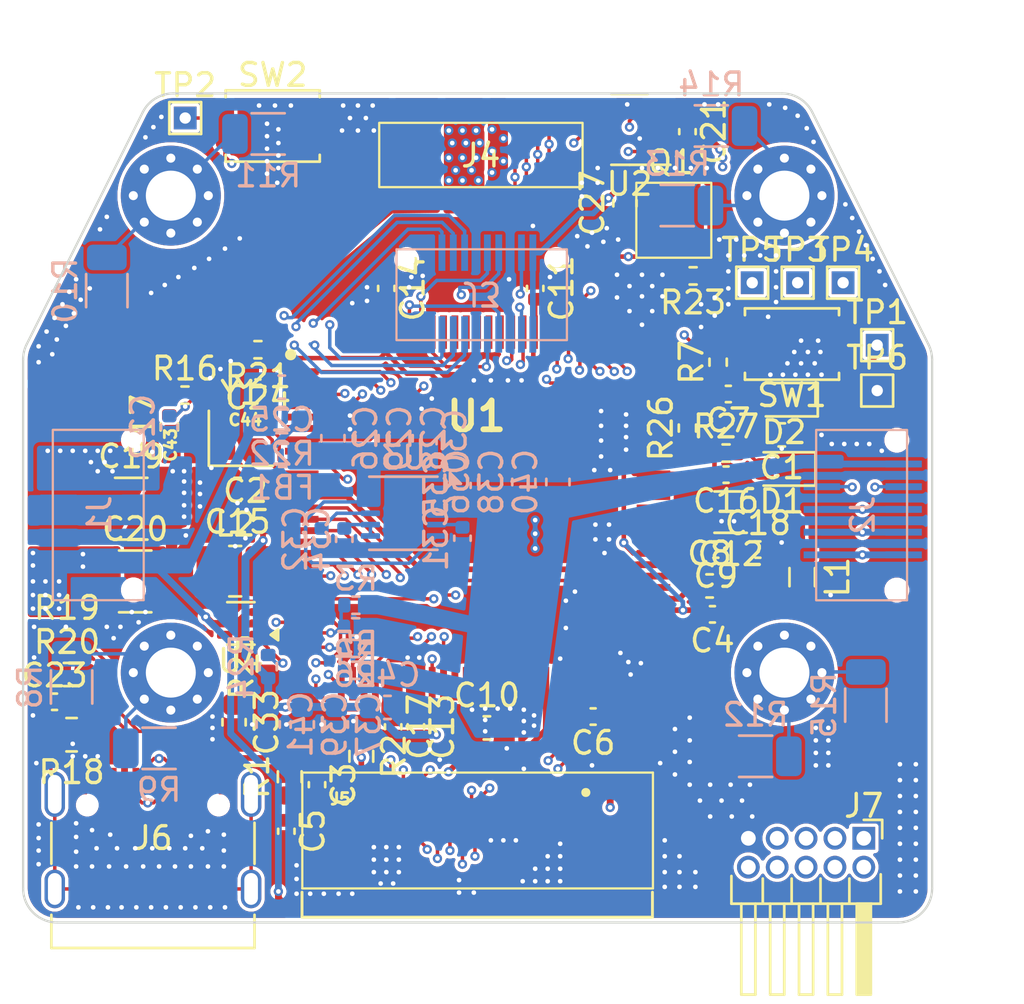
<source format=kicad_pcb>
(kicad_pcb (version 20241229) (generator "pcbnew") (generator_version "9.0")
  (layers (0 "F.Cu" jumper) (4 "In1.Cu" power) (6 "In2.Cu" signal) (8 "In3.Cu" signal) (10 "In4.Cu" power) (2 "B.Cu" power) (13 "F.Paste" user) (15 "B.Paste" user) (5 "F.SilkS" user "F.Silkscreen") (7 "B.SilkS" user "B.Silkscreen") (1 "F.Mask" user) (3 "B.Mask" user) (25 "Edge.Cuts" user))
  (net 0 "")
  (net 1 "VBUS")
  (net 2 "PGND")
  (net 3 "GND")
  (net 4 "+5V")
  (net 5 "+3V3")
  (net 6 "+3V3A")
  (net 7 "Net-(U1A-VDD_USB)")
  (net 8 "Net-(U1A-VDD_SYS)")
  (net 9 "Net-(C12-Pad1)")
  (net 10 "Net-(J6-SHIELD)")
  (net 11 "Net-(FB1-Pad1)")
  (net 12 "V_USB")
  (net 13 "Net-(U1C-P1_31)")
  (net 14 "Net-(U1C-P1_30)")
  (net 15 "Net-(D1-A)")
  (net 16 "Net-(D2-A)")
  (net 22 "/Power Architecture/FB")
  (net 23 "Net-(J6-CC1)")
  (net 24 "Net-(J6-CC2)")
  (net 25 "Net-(U1A-DCDC_LX)")
  (net 26 "Net-(U4-SW)")
  (net 27 "Net-(U1E-P3_9)")
  (net 67 "SPI_MISO")
  (net 68 "VBUS_VSNS")
  (net 69 "5V_FILT")
  (net 70 "BYP")
  (net 71 "VREG")
  (net 72 "REF")
  (net 73 "RESET")
  (net 74 "Chassis")
  (net 75 "CAN_N")
  (net 76 "BOOT0")
  (net 77 "UART_TX")
  (net 78 "CAN_P")
  (net 79 "UART_RX")
  (net 80 "ENC_A")
  (net 81 "+3V3_SW")
  (net 82 "PHB_H")
  (net 83 "PHB_L")
  (net 84 "PHC_L")
  (net 85 "ENC_B")
  (net 86 "PHA_L")
  (net 87 "PHA_H")
  (net 88 "SPI_SCK")
  (net 89 "PHC_H")
  (net 90 "SPI_MOSI")
  (net 91 "SPI_nCS")
  (net 92 "PHA_ISNS")
  (net 93 "PHC_ISNS")
  (net 94 "PHB_ISNS")
  (net 95 "THERM_A")
  (net 96 "THERM_B")
  (net 97 "USB0_DM")
  (net 98 "USB0_DP")
  (net 99 "DEBUG_SWCLK")
  (net 100 "DEBUG_RX")
  (net 101 "DEBUG_SWDIO")
  (net 102 "DEBUG_TX")
  (net 103 "DEBUG_SWO")
  (net 104 "SCOPE1")
  (net 105 "DEBUG0")
  (net 106 "DEBUG2")
  (net 107 "DEBUG1")
  (net 108 "SCOPE0")
  (net 109 "SCOPE2")
  (net 110 "DEBUG3")
  (net 111 "SW_3V3")
  (net 112 "CAN_RX")
  (net 113 "CAN_TX")
  (footprint "Resistor_SMD:R_0402_1005Metric" (layer "F.Cu") (at 158.75 62.45 180)
    (property "Reference" "R23")
    (property "Value" "100k/1%")
  )
  (footprint "oresat-passives:0603-C-NOSILK" (layer "F.Cu") (at 136.8 69.7 90)
    (property "Reference" "C43")
    (property "Value" "4.7p")
  )
  (footprint "Capacitor_SMD:C_0603_1608Metric" (layer "F.Cu") (at 162.65 69.45 180)
    (property "Reference" "C1")
    (property "Value" "10u")
  )
  (footprint "Capacitor_SMD:C_1206_3216Metric" (layer "F.Cu") (at 160.4 72.85 180)
    (property "Reference" "C12")
    (property "Value" "6.8u")
  )
  (footprint "oresat-passives:0603-C-NOSILK" (layer "F.Cu") (at 138.85 67.75 180)
    (property "Reference" "C44")
    (property "Value" "4.7p")
  )
  (footprint "TestPoint:TestPoint_THTPad_1.0x1.0mm_Drill0.5mm" (layer "F.Cu") (at 166.85 65.5)
    (property "Reference" "TP1")
    (property "Value" "TestPoint_Alt")
  )
  (footprint "Capacitor_SMD:C_0603_1608Metric" (layer "F.Cu") (at 131.2 80)
    (property "Reference" "R20")
    (property "Value" "5.11k")
  )
  (footprint "Capacitor_SMD:C_0603_1608Metric" (layer "F.Cu") (at 138.7 71.85 180)
    (property "Reference" "C15")
    (property "Value" "10u")
  )
  (footprint "Capacitor_SMD:C_0402_1005Metric" (layer "F.Cu") (at 158.5 56.1 -90)
    (property "Reference" "C21")
    (property "Value" "100n")
  )
  (footprint "LED_SMD:LED_0603_1608Metric" (layer "F.Cu") (at 162.65 70.95 180)
    (property "Reference" "D1")
    (property "Value" "Green")
  )
  (footprint "Connector_PinHeader_1.27mm:PinHeader_2x05_P1.27mm_Horizontal" (layer "F.Cu") (at 166.26 87.21 -90)
    (property "Reference" "J7")
    (property "Value" "PROBE")
  )
  (footprint "Capacitor_SMD:C_0603_1608Metric" (layer "F.Cu") (at 131.2 78.5)
    (property "Reference" "R19")
    (property "Value" "5.11k")
  )
  (footprint "Capacitor_SMD:C_1210_3225Metric" (layer "F.Cu") (at 134.025 72.7)
    (property "Reference" "C19")
    (property "Value" "47u")
  )
  (footprint "TestPoint:TestPoint_THTPad_1.0x1.0mm_Drill0.5mm" (layer "F.Cu") (at 136.4 55.5)
    (property "Reference" "TP2")
    (property "Value" "TestPoint_Alt")
  )
  (footprint "Resistor_SMD:R_0603_1608Metric" (layer "F.Cu") (at 141 84.5 90)
    (property "Reference" "R1")
    (property "Value" "17.8k/1%")
  )
  (footprint "Capacitor_SMD:C_0603_1608Metric" (layer "F.Cu") (at 159.475 76.1)
    (property "Reference" "C8")
    (property "Value" "4.7u")
  )
  (footprint "oresat-ics:MCXN947KVLT-QFP50P1600X1600X160-101N" (layer "F.Cu") (at 149.266728 72.666648)
    (property "Reference" "U1")
    (property "Value" "MCXN947VKLT" (hide yes))
  )
  (footprint "Inductor_SMD:L_0805_2012Metric" (layer "F.Cu") (at 163.55 75.7125 -90)
    (property "Reference" "L1")
    (property "Value" "1.5u")
  )
  (footprint "Button_Switch_SMD:SW_Push_SPST_NO_Alps_SKRK" (layer "F.Cu") (at 163.1 65.45 180)
    (property "Reference" "SW1")
    (property "Value" "BOOT0")
  )
  (footprint "Capacitor_SMD:C_0402_1005Metric" (layer "F.Cu") (at 139.6 66.65 180)
    (property "Reference" "C24")
    (property "Value" "100n")
  )
  (footprint "MCXN-rev-3-footprints:NetTie_ADCS" (layer "F.Cu") (at 135.8 74.11 -90)
    (property "Reference" "NT1" (hide yes))
    (property "Value" "NetTie" (hide yes))
  )
  (footprint "Capacitor_SMD:C_0402_1005Metric" (layer "F.Cu") (at 142.2 84.85 -90)
    (property "Reference" "C3")
    (property "Value" "100n")
  )
  (footprint "TestPoint:TestPoint_THTPad_1.0x1.0mm_Drill0.5mm" (layer "F.Cu") (at 163.35 62.75)
    (property "Reference" "TP3")
    (property "Value" "TestPoint_Alt")
  )
  (footprint "Resistor_SMD:R_0603_1608Metric" (layer "F.Cu") (at 144.15 83.6 -90)
    (property "Reference" "R2")
    (property "Value" "33k/1%")
  )
  (footprint "Capacitor_SMD:C_0402_1005Metric" (layer "F.Cu") (at 161.6 74.5)
    (property "Reference" "C18")
    (property "Value" "100n")
  )
  (footprint "Resistor_SMD:R_0402_1005Metric" (layer "F.Cu") (at 135.7 69.1 90)
    (property "Reference" "R17")
    (property "Value" "3.3k/0.1%")
  )
  (footprint "Capacitor_SMD:C_0402_1005Metric" (layer "F.Cu") (at 159.6 77.35 180)
    (property "Reference" "C4")
    (property "Value" "100n")
  )
  (footprint "Package_TO_SOT_SMD:SOT-563" (layer "F.Cu") (at 138.85 77.75 180)
    (property "Reference" "U4")
    (property "Value" "TLV62569DRL")
  )
  (footprint "Capacitor_SMD:C_0402_1005Metric" (layer "F.Cu") (at 145.25 63 -90)
    (property "Reference" "C14")
    (property "Value" "100n")
  )
  (footprint "MCXN-rev-3-footprints:TSON-Advance" (layer "F.Cu") (at 157.9 60)
    (property "Reference" "Q1")
    (property "Value" "TPN4R712MD,L1Q")
  )
  (footprint "MCXN-rev-3-footprints:0555600307" (layer "F.Cu") (at 149.411326 57.126972)
    (property "Reference" "J4")
    (property "Value" "ADCS Mezz" (hide yes))
  )
  (footprint "TestPoint:TestPoint_THTPad_1.0x1.0mm_Drill0.5mm" (layer "F.Cu") (at 161.35 62.75)
    (property "Reference" "TP5")
    (property "Value" "TestPoint_Alt")
  )
  (footprint "LED_SMD:LED_0603_1608Metric" (layer "F.Cu") (at 162.75 67.9 180)
    (property "Reference" "D2")
    (property "Value" "Green")
  )
  (footprint "Resistor_SMD:R_0402_1005Metric" (layer "F.Cu") (at 160.2 70.25)
    (property "Reference" "R27")
    (property "Value" "100")
  )
  (footprint "Resistor_SMD:R_0402_1005Metric" (layer "F.Cu") (at 159.85 66.25 90)
    (property "Reference" "R7")
    (property "Value" "10k")
  )
  (footprint "TestPoint:TestPoint_THTPad_1.0x1.0mm_Drill0.5mm" (layer "F.Cu") (at 166.85 67.5)
    (property "Reference" "TP6")
    (property "Value" "TestPoint_Alt")
  )
  (footprint "Resistor_SMD:R_0805_2012Metric" (layer "F.Cu") (at 131.4 82.65 180)
    (property "Reference" "R18")
    (property "Value" "1M")
  )
  (footprint "Capacitor_SMD:C_1210_3225Metric" (layer "F.Cu") (at 134.2 75.9)
    (property "Reference" "C20")
    (property "Value" "47u")
  )
  (footprint "Connector_USB:USB_C_Receptacle_Palconn_UTC16-G" (layer "F.Cu") (at 134.98 87.2)
    (property "Reference" "J6")
    (property "Value" "USB-C")
  )
  (footprint "Capacitor_SMD:C_0402_1005Metric" (layer "F.Cu") (at 145.55 82.3 -90)
    (property "Reference" "C17")
    (property "Value" "100n")
  )
  (footprint "Capacitor_SMD:C_0402_1005Metric" (layer "F.Cu") (at 160.2 71.2 180)
    (property "Reference" "C16")
    (property "Value" "100n")
  )
  (footprint "Capacitor_SMD:C_0603_1608Metric" (layer "F.Cu") (at 155.75 59.25 90)
    (property "Reference" "C27")
    (property "Value" "22u")
  )
  (footprint "Inductor_SMD:L_1008_2520Metric" (layer "F.Cu") (at 138.6 75.45)
    (property "Reference" "L2")
    (property "Value" "2.2u")
  )
  (footprint "Capacitor_SMD:C_0402_1005Metric" (layer "F.Cu") (at 140.85 86.9 -90)
    (property "Reference" "C5")
    (property "Value" "1u")
  )
  (footprint "Resistor_SMD:R_0402_1005Metric" (layer "F.Cu") (at 140.05 79.65 90)
    (property "Reference" "R25")
    (property "Value" "100k/1%")
  )
  (footprint "Crystal:Crystal_SMD_2016-4Pin_2.0x1.6mm" (layer "F.Cu") (at 138.85 69.6)
    (property "Reference" "Y1")
    (property "Value" "24 MHz")
  )
  (footprint "MCXN-rev-3-footprints:top-board-def-rev7.1" (layer "F.Cu") (at 149.266726 69.193647)
    (property "Reference" "H1" (hide yes))
    (property "Value" "Board_Def" (hide yes))
    (fp_line (start -19.999997 -3.064164) (end -19.999992 20.223002) (stroke (width 0.1)) (layer "Edge.Cuts"))
    (fp_line (start -18.499992 21.723002) (end 18.500002 21.722989) (stroke (width 0.1)) (layer "Edge.Cuts"))
    (fp_line (start -14.735221 -13.94782) (end -19.841638 -3.734985) (stroke (width 0.1)) (layer "Edge.Cuts"))
    (fp_line (start 13.38623 -14.777) (end -13.39358 -14.776999) (stroke (width 0.1)) (layer "Edge.Cuts"))
    (fp_line (start 19.841641 -3.720279) (end 14.727871 -13.94782) (stroke (width 0.1)) (layer "Edge.Cuts"))
    (fp_line (start 20.000001 20.222989) (end 20 -3.049458) (stroke (width 0.1)) (layer "Edge.Cuts"))
    (fp_arc (start -19.999997 -3.064164) (mid -19.95987 -3.408794) (end -19.841638 -3.734985) (stroke (width 0.1)) (layer "Edge.Cuts"))
    (fp_arc (start -18.499992 21.723002) (mid -19.560647 21.283657) (end -19.999992 20.223002) (stroke (width 0.1)) (layer "Edge.Cuts"))
    (fp_arc (start -14.735221 -13.94782) (mid -14.182176 -14.552975) (end -13.39358 -14.776999) (stroke (width 0.1)) (layer "Edge.Cuts"))
    (fp_arc (start 13.38623 -14.777) (mid 14.174827 -14.552977) (end 14.727871 -13.94782) (stroke (width 0.1)) (layer "Edge.Cuts"))
    (fp_arc (start 19.841641 -3.720279) (mid 19.959875 -3.394088) (end 20 -3.049458) (stroke (width 0.1)) (layer "Edge.Cuts"))
    (fp_arc (start 20.000001 20.222989) (mid 19.560667 21.283653) (end 18.500002 21.722989) (stroke (width 0.1)) (layer "Edge.Cuts"))
  )
  (footprint "Capacitor_SMD:C_0402_1005Metric" (layer "F.Cu") (at 159.75 74.5 180)
    (property "Reference" "C9")
    (property "Value" "100n")
  )
  (footprint "TestPoint:TestPoint_THTPad_1.0x1.0mm_Drill0.5mm" (layer "F.Cu") (at 165.35 62.75)
    (property "Reference" "TP4")
    (property "Value" "TestPoint_Alt")
  )
  (footprint "Button_Switch_SMD:SW_Push_SPST_NO_Alps_SKRK" (layer "F.Cu") (at 140.25 55.85)
    (property "Reference" "SW2")
    (property "Value" "RESET")
  )
  (footprint "Capacitor_SMD:C_0402_1005Metric" (layer "F.Cu") (at 154.35 81.85 180)
    (property "Reference" "C6")
    (property "Value" "100n")
  )
  (footprint "Capacitor_SMD:C_0402_1005Metric" (layer "F.Cu") (at 151.8 63 -90)
    (property "Reference" "C11")
    (property "Value" "100n")
  )
  (footprint "Capacitor_SMD:C_0603_1608Metric" (layer "F.Cu") (at 149.675 82.35)
    (property "Reference" "C10")
    (property "Value" "4.7u")
  )
  (footprint "Capacitor_SMD:C_0402_1005Metric" (layer "F.Cu") (at 146.55 82.3 -90)
    (property "Reference" "C13")
    (property "Value" "100n")
  )
  (footprint "Resistor_SMD:R_0402_1005Metric" (layer "F.Cu") (at 139.6 65.7 180)
    (property "Reference" "R21")
    (property "Value" "10k")
  )
  (footprint "Resistor_SMD:R_0402_1005Metric" (layer "F.Cu") (at 136.39 67.7)
    (property "Reference" "R16")
    (property "Value" "5.1k/0.1%")
  )
  (footprint "Resistor_SMD:R_0402_1005Metric" (layer "F.Cu") (at 158.5 69.15 90)
    (property "Reference" "R26")
    (property "Value" "100")
  )
  (footprint "MCXN-rev-3-footprints:J-TE_2-1734592-0" (layer "F.Cu") (at 149.25 87.782 180)
    (property "Reference" "J5")
    (property "Value" "Debug")
  )
  (footprint "Capacitor_SMD:C_0402_1005Metric" (layer "F.Cu") (at 160.3 67.65 180)
    (property "Reference" "C7")
    (property "Value" "100n")
  )
  (footprint "Capacitor_SMD:C_0402_1005Metric" (layer "F.Cu") (at 130.65 81.2)
    (property "Reference" "C23")
    (property "Value" "100n")
  )
  (footprint "Capacitor_SMD:C_0603_1608Metric" (layer "F.Cu") (at 139.05 73.35)
    (property "Reference" "C2")
    (property "Value" "4.7u")
  )
  (footprint "Capacitor_SMD:C_0603_1608Metric" (layer "F.Cu") (at 138.55 82.1 -90)
    (property "Reference" "C33")
    (property "Value" "10u")
  )
  (footprint "MCXN-rev-3-footprints:SOT-23-8-Fixed" (layer "F.Cu") (at 155.95 56 180)
    (property "Reference" "U2")
    (property "Value" "TCAN330")
  )
  (footprint "Capacitor_SMD:C_0402_1005Metric" (layer "B.Cu") (at 148.6 74 -90)
    (property "Reference" "C31")
    (property "Value" "1u")
  )
  (footprint "MCXN-rev-3-footprints:10132798-021100LF" (layer "B.Cu") (at 132.624261 72.977339 -90)
    (property "Reference" "J1")
    (property "Value" "Power Mezz" (hide yes))
  )
  (footprint "Capacitor_SMD:C_0603_1608Metric" (layer "B.Cu") (at 143.05 82.2 90)
    (property "Reference" "C37")
    (property "Value" "22u")
  )
  (footprint "Capacitor_SMD:C_0603_1608Metric" (layer "B.Cu") (at 144.4 69.6 90)
    (property "Reference" "C29")
    (property "Value" "10u")
  )
  (footprint "Resistor_SMD:R_0402_1005Metric" (layer "B.Cu") (at 140.05 79.65 -90)
    (property "Reference" "R24")
    (property "Value" "442k/1%")
  )
  (footprint "Inductor_SMD:L_0603_1608Metric" (layer "B.Cu") (at 140.6875 70.35)
    (property "Reference" "FB1")
    (property "Value" "MPZ1608B471ATA00")
  )
  (footprint "Capacitor_SMD:C_0603_1608Metric" (layer "B.Cu") (at 140.65 67.35)
    (property "Reference" "C25")
    (property "Value" "10u")
  )
  (footprint "Capacitor_SMD:C_0603_1608Metric" (layer "B.Cu") (at 152.8 71.525 -90)
    (property "Reference" "C40")
    (property "Value" "22u")
  )
  (footprint "Capacitor_SMD:C_0402_1005Metric" (layer "B.Cu") (at 148.6 71.675 -90)
    (property "Reference" "C35")
    (property "Value" "100n")
  )
  (footprint "MCXN-rev-3-footprints:10132798-021100LF" (layer "B.Cu") (at 166.213669 72.981893 -90)
    (property "Reference" "J2")
    (property "Value" "Analog Mezz" (hide yes))
  )
  (footprint "Capacitor_SMD:C_0402_1005Metric" (layer "B.Cu") (at 147.1 69.75 90)
    (property "Reference" "C30")
    (property "Value" "100n")
  )
  (footprint "Resistor_SMD:R_1206_3216Metric" (layer "B.Cu") (at 140.05 56.2)
    (property "Reference" "R11")
    (property "Value" "THJP1206ABT1")
  )
  (footprint "Capacitor_SMD:C_0603_1608Metric" (layer "B.Cu") (at 140.05 82.2 90)
    (property "Reference" "C41")
    (property "Value" "22u")
  )
  (footprint "Resistor_SMD:R_1206_3216Metric" (layer "B.Cu") (at 131.4 80.55 -90)
    (property "Reference" "R8")
    (property "Value" "THJP1206ABT1")
  )
  (footprint "Capacitor_SMD:C_0603_1608Metric" (layer "B.Cu") (at 149.8 71.525 -90)
    (property "Reference" "C36")
    (property "Value" "22u")
  )
  (footprint "Capacitor_SMD:C_0402_1005Metric" (layer "B.Cu") (at 142.4 74.05 -90)
    (property "Reference" "C32")
    (property "Value" "1u")
  )
  (footprint "Resistor_SMD:R_0402_1005Metric" (layer "B.Cu") (at 143.9 79.815 180)
    (property "Reference" "R5")
    (property "Value" "10k/NTC")
  )
  (footprint "Capacitor_SMD:C_0402_1005Metric" (layer "B.Cu") (at 143.4 74.05 -90)
    (property "Reference" "C34")
    (property "Value" "1u")
  )
  (footprint "Capacitor_SMD:C_0603_1608Metric" (layer "B.Cu") (at 145.3 81.45 180)
    (property "Reference" "C42")
    (property "Value" "22u")
  )
  (footprint "Resistor_SMD:R_1206_3216Metric" (layer "B.Cu") (at 132.95 63.1 -90)
    (property "Reference" "R10")
    (property "Value" "THJP1206ABT1")
  )
  (footprint "Resistor_SMD:R_1206_3216Metric" (layer "B.Cu") (at 135.25 83.25)
    (property "Reference" "R9")
    (property "Value" "THJP1206ABT1")
  )
  (footprint "Resistor_SMD:R_0402_1005Metric" (layer "B.Cu") (at 143.9 78.85)
    (property "Reference" "R6")
    (property "Value" "10k")
  )
  (footprint "Resistor_SMD:R_0402_1005Metric" (layer "B.Cu") (at 143.91 76.95 180)
    (property "Reference" "R3")
    (property "Value" "10k/NTC")
  )
  (footprint "Resistor_SMD:R_1206_3216Metric" (layer "B.Cu") (at 161.5 83.6 180)
    (property "Reference" "R12")
    (property "Value" "THJP1206ABT1")
  )
  (footprint "Capacitor_SMD:C_0603_1608Metric" (layer "B.Cu") (at 145.9 69.6 90)
    (property "Reference" "C28")
    (property "Value" "10u")
  )
  (footprint "MCXN-rev-3-footprints:10132798-021100LF" (layer "B.Cu") (at 149.446063 63.228081)
    (property "Reference" "J3")
    (property "Value" "Phase Mezz" (hide yes))
  )
  (footprint "Resistor_SMD:R_1206_3216Metric" (layer "B.Cu") (at 158.05 59.35 180)
    (property "Reference" "R13")
    (property "Value" "THJP1206ABT1")
  )
  (footprint "Package_DFN_QFN:DFN-10-1EP_3x3mm_P0.5mm_EP1.65x2.38mm" (layer "B.Cu") (at 146 72.9 180)
    (property "Reference" "U3")
    (property "Value" "ADP7156ACPZ")
  )
  (footprint "Capacitor_SMD:C_0603_1608Metric" (layer "B.Cu") (at 151.3 71.525 -90)
    (property "Reference" "C38")
    (property "Value" "22u")
  )
  (footprint "Resistor_SMD:R_1206_3216Metric" (layer "B.Cu") (at 166.35 81.35 -90)
    (property "Reference" "R15")
    (property "Value" "THJP1206ABT1")
  )
  (footprint "Resistor_SMD:R_1206_3216Metric" (layer "B.Cu") (at 159.55 55.85 180)
    (property "Reference" "R14")
    (property "Value" "THJP1206ABT1")
  )
  (footprint "Capacitor_SMD:C_0402_1005Metric" (layer "B.Cu") (at 135.7 69.1 -90)
    (property "Reference" "C22")
    (property "Value" "10p")
  )
  (footprint "Resistor_SMD:R_0603_1608Metric" (layer "B.Cu") (at 140.65 68.85)
    (property "Reference" "R22")
    (property "Value" "2.2")
  )
  (footprint "Capacitor_SMD:C_0603_1608Metric" (layer "B.Cu") (at 141.55 82.2 90)
    (property "Reference" "C39")
    (property "Value" "22u")
  )
  (footprint "Resistor_SMD:R_0402_1005Metric" (layer "B.Cu") (at 143.9 77.9)
    (property "Reference" "R4")
    (property "Value" "10k")
  )
  (footprint "Capacitor_SMD:C_0603_1608Metric" (layer "B.Cu") (at 142.9 69.6 90)
    (property "Reference" "C26")
    (property "Value" "10u")
  )
  (via (at 132.55 70.15) (size 0.4064) (drill 0.2032) (layers "F.Cu" "B.Cu") (net 1))
  (via (at 133.1 70.15) (size 0.4064) (drill 0.2032) (layers "F.Cu" "B.Cu") (net 1))
  (via (at 132 70.15) (size 0.4064) (drill 0.2032) (layers "F.Cu" "B.Cu") (net 1))
  (via (at 132.25 70.65) (size 0.4064) (drill 0.2032) (layers "F.Cu" "B.Cu") (net 1))
  (via (at 133.2 71.05) (size 0.4064) (drill 0.2032) (layers "F.Cu" "B.Cu") (net 1))
  (via (at 131.45 70.15) (size 0.4064) (drill 0.2032) (layers "F.Cu" "B.Cu") (net 1))
  (via (at 130.35 70.15) (size 0.4064) (drill 0.2032) (layers "F.Cu" "B.Cu") (net 1))
  (via (at 132.85 70.65) (size 0.4064) (drill 0.2032) (layers "F.Cu" "B.Cu") (net 1))
  (via (at 130.9 70.15) (size 0.4064) (drill 0.2032) (layers "F.Cu" "B.Cu") (net 1))
  (via (at 132.55 71.05) (size 0.4064) (drill 0.2032) (layers "F.Cu" "B.Cu") (net 1))
  (via (at 134.95 70.2) (size 0.4064) (drill 0.2032) (layers "F.Cu" "B.Cu") (net 1))
  (via (at 149.35 56.6) (size 0.4064) (drill 0.2032) (layers "F.Cu" "B.Cu") (net 2))
  (via (at 148.15 56.6) (size 0.4064) (drill 0.2032) (layers "F.Cu" "B.Cu") (net 2))
  (via (at 148 57.25) (size 0.4064) (drill 0.2032) (layers "F.Cu" "B.Cu") (net 2))
  (via (at 136.35 72.55) (size 0.4064) (drill 0.2032) (layers "F.Cu" "B.Cu") (net 2))
  (via (at 136.35 71.5) (size 0.4064) (drill 0.2032) (layers "F.Cu" "B.Cu") (net 2))
  (via (at 148.6 56.05) (size 0.4064) (drill 0.2032) (layers "F.Cu" "B.Cu") (net 2))
  (via (at 149.2 56.05) (size 0.4064) (drill 0.2032) (layers "F.Cu" "B.Cu") (net 2))
  (via (at 136.35 73.05) (size 0.4064) (drill 0.2032) (layers "F.Cu" "B.Cu") (net 2))
  (via (at 148 58.25) (size 0.4064) (drill 0.2032) (layers "F.Cu" "B.Cu") (net 2))
  (via (at 148.6 57.25) (size 0.4064) (drill 0.2032) (layers "F.Cu" "B.Cu") (net 2))
  (via (at 148.3 57.8) (size 0.4064) (drill 0.2032) (layers "F.Cu" "B.Cu") (net 2))
  (via (at 149.3 58.25) (size 0.4064) (drill 0.2032) (layers "F.Cu" "B.Cu") (net 2))
  (via (at 136.35 71.05) (size 0.4064) (drill 0.2032) (layers "F.Cu" "B.Cu") (net 2))
  (via (at 136.35 72) (size 0.4064) (drill 0.2032) (layers "F.Cu" "B.Cu") (net 2))
  (via (at 149 57.8) (size 0.4064) (drill 0.2032) (layers "F.Cu" "B.Cu") (net 2))
  (via (at 149.2 57.25) (size 0.4064) (drill 0.2032) (layers "F.Cu" "B.Cu") (net 2))
  (via (at 148.6 58.25) (size 0.4064) (drill 0.2032) (layers "F.Cu" "B.Cu") (net 2))
  (via (at 148.75 56.6) (size 0.4064) (drill 0.2032) (layers "F.Cu" "B.Cu") (net 2))
  (via (at 148 56.05) (size 0.4064) (drill 0.2032) (layers "F.Cu" "B.Cu") (net 2))
  (via (at 135.85 71.05) (size 0.4064) (drill 0.2032) (layers "F.Cu" "B.Cu") (net 2))
  (segment (start 160 75.95) (end 160.325 75.95) (width 0.25) (layer "F.Cu") (net 3))
  (via (at 131.6 87.15) (size 0.4064) (drill 0.2032) (layers "F.Cu" "B.Cu") (net 3))
  (via (at 134.65 56.35) (size 0.4064) (drill 0.2032) (layers "F.Cu" "B.Cu") (net 3))
  (via (at 162.15 66.8) (size 0.4064) (drill 0.2032) (layers "F.Cu" "B.Cu") (net 3))
  (via (at 140.5 57.7) (size 0.4064) (drill 0.2032) (layers "F.Cu" "B.Cu") (net 3))
  (via (at 159.1 63.7) (size 0.4064) (drill 0.2032) (layers "F.Cu" "B.Cu") (net 3))
  (via (at 132.95 59.85) (size 0.4064) (drill 0.2032) (layers "F.Cu" "B.Cu") (net 3))
  (via (at 153.55 76.35) (size 0.4064) (drill 0.2032) (layers "F.Cu" "B.Cu") (net 3))
  (via (at 140.5 56) (size 0.4064) (drill 0.2032) (layers "F.Cu" "B.Cu") (net 3))
  (via (at 158.15 89.35) (size 0.4064) (drill 0.2032) (layers "F.Cu" "B.Cu") (net 3))
  (via (at 165.4 69.85) (size 0.4064) (drill 0.2032) (layers "F.Cu" "B.Cu") (net 3))
  (via (at 132.95 77.9) (size 0.4064) (drill 0.2032) (layers "F.Cu" "B.Cu") (net 3))
  (via (at 131.45 83.05) (size 0.4064) (drill 0.2032) (layers "F.Cu" "B.Cu") (net 3))
  (via (at 155.8 68.55) (size 0.4064) (drill 0.2032) (layers "F.Cu" "B.Cu") (net 3))
  (via (at 165.45 59.3) (size 0.4064) (drill 0.2032) (layers "F.Cu" "B.Cu") (net 3))
  (via (at 159.9 60.85) (size 0.4064) (drill 0.2032) (layers "F.Cu" "B.Cu") (net 3))
  (via (at 165.75 59.9) (size 0.4064) (drill 0.2032) (layers "F.Cu" "B.Cu") (net 3))
  (via (at 151.8 74.45) (size 0.4064) (drill 0.2032) (layers "F.Cu" "B.Cu") (net 3))
  (via (at 137.4 88.45) (size 0.4064) (drill 0.2032) (layers "F.Cu" "B.Cu") (net 3))
  (via (at 140.45 58.35) (size 0.4064) (drill 0.2032) (layers "F.Cu" "B.Cu") (net 3))
  (via (at 157.95 84.4) (size 0.4064) (drill 0.2032) (layers "F.Cu" "B.Cu") (net 3))
  (via (at 136.42692 73.875654) (size 0.4064) (drill 0.2032) (layers "F.Cu" "B.Cu") (net 3))
  (via (at 146.7 79.2556) (size 0.4064) (drill 0.2032) (layers "F.Cu" "B.Cu") (net 3))
  (via (at 138.1 87.75) (size 0.4064) (drill 0.2032) (layers "F.Cu" "B.Cu") (net 3))
  (via (at 158.6 82.9) (size 0.4064) (drill 0.2032) (layers "F.Cu" "B.Cu") (net 3))
  (via (at 168.55 85.35) (size 0.4064) (drill 0.2032) (layers "F.Cu" "B.Cu") (net 3))
  (via (at 155.05 73.4) (size 0.4064) (drill 0.2032) (layers "F.Cu" "B.Cu") (net 3))
  (via (at 157.5 88.7) (size 0.4064) (drill 0.2032) (layers "F.Cu" "B.Cu") (net 3))
  (via (at 156.45 79.5) (size 0.4064) (drill 0.2032) (layers "F.Cu" "B.Cu") (net 3))
  (via (at 154.8 60.95) (size 0.4064) (drill 0.2032) (layers "F.Cu" "B.Cu") (net 3))
  (via (at 157.95 82.4) (size 0.4064) (drill 0.2032) (layers "F.Cu" "B.Cu") (net 3))
  (via (at 138.15 90.25) (size 0.4064) (drill 0.2032) (layers "F.Cu" "B.Cu") (net 3))
  (via (at 133.1 87.05) (size 0.4064) (drill 0.2032) (layers "F.Cu" "B.Cu") (net 3))
  (via (at 134.9 63.2) (size 0.4064) (drill 0.2032) (layers "F.Cu" "B.Cu") (net 3))
  (via (at 143.75 89.65) (size 0.4064) (drill 0.2032) (layers "F.Cu" "B.Cu") (net 3))
  (via (at 138.6 74.35) (size 0.4064) (drill 0.2032) (layers "F.Cu" "B.Cu") (net 3))
  (via (at 131.6 88.45) (size 0.4064) (drill 0.2032) (layers "F.Cu" "B.Cu") (net 3))
  (via (at 150.6 67.05) (size 0.4064) (drill 0.2032) (layers "F.Cu" "B.Cu") (net 3))
  (via (at 131.6 86.55) (size 0.4064) (drill 0.2032) (layers "F.Cu" "B.Cu") (net 3))
  (via (at 155.95 62.9) (size 0.4064) (drill 0.2032) (layers "F.Cu" "B.Cu") (net 3))
  (via (at 140 57.95) (size 0.4064) (drill 0.2032) (layers "F.Cu" "B.Cu") (net 3))
  (via (at 141.9 89.65) (size 0.4064) (drill 0.2032) (layers "F.Cu" "B.Cu") (net 3))
  (via (at 160.9 85.55) (size 0.4064) (drill 0.2032) (layers "F.Cu" "B.Cu") (net 3))
  (via (at 154.3 60.55) (size 0.4064) (drill 0.2032) (layers "F.Cu" "B.Cu") (net 3))
  (via (at 160.55 73.25) (size 0.4064) (drill 0.2032) (layers "F.Cu" "B.Cu") (net 3))
  (via (at 146.8 68.3) (size 0.4064) (drill 0.2032) (layers "F.Cu" "B.Cu") (net 3))
  (via (at 155.55 79.05) (size 0.4064) (drill 0.2032) (layers "F.Cu" "B.Cu") (net 3))
  (via (at 131.6 62.6) (size 0.4064) (drill 0.2032) (layers "F.Cu" "B.Cu") (net 3))
  (via (at 138.1 87.05) (size 0.4064) (drill 0.2032) (layers "F.Cu" "B.Cu") (net 3))
  (via (at 148.45 89.05) (size 0.4064) (drill 0.2032) (layers "F.Cu" "B.Cu") (net 3))
  (via (at 146.25 62.95) (size 0.4064) (drill 0.2032) (layers "F.Cu" "B.Cu") (net 3))
  (via (at 140 57.4) (size 0.4064) (drill 0.2032) (layers "F.Cu" "B.Cu") (net 3))
  (via (at 130.75 65.25) (size 0.4064) (drill 0.2032) (layers "F.Cu" "B.Cu") (net 3))
  (via (at 144 54.95) (size 0.4064) (drill 0.2032) (layers "F.Cu" "B.Cu") (net 3))
  (via (at 136.1 62.5) (size 0.4064) (drill 0.2032) (layers "F.Cu" "B.Cu") (net 3))
  (via (at 145.25 88.7) (size 0.4064) (drill 0.2032) (layers "F.Cu" "B.Cu") (net 3))
  (via (at 137.5 90.25) (size 0.4064) (drill 0.2032) (layers "F.Cu" "B.Cu") (net 3))
  (via (at 159.35 57.7) (size 0.4064) (drill 0.2032) (layers "F.Cu" "B.Cu") (net 3))
  (via (at 145.55 89.2) (size 0.4064) (drill 0.2032) (layers "F.Cu" "B.Cu") (net 3))
  (via (at 131.8 63.5) (size 0.4064) (drill 0.2032) (layers "F.Cu" "B.Cu") (net 3))
  (via (at 164.8 76.5) (size 0.4064) (drill 0.2032) (layers "F.Cu" "B.Cu") (net 3))
  (via (at 153.85 58.95) (size 0.4064) (drill 0.2032) (layers "F.Cu" "B.Cu") (net 3))
  (via (at 129.7 81.8) (size 0.4064) (drill 0.2032) (layers "F.Cu" "B.Cu") (net 3))
  (via (at 156.95 62.9) (size 0.4064) (drill 0.2032) (layers "F.Cu" "B.Cu") (net 3))
  (via (at 164.25 65.3) (size 0.4064) (drill 0.2032) (layers "F.Cu" "B.Cu") (net 3))
  (via (at 159.7 64.2) (size 0.4064) (drill 0.2032) (layers "F.Cu" "B.Cu") (net 3))
  (via (at 160.65 60.85) (size 0.4064) (drill 0.2032) (layers "F.Cu" "B.Cu") (net 3))
  (via (at 137.6 82.35) (size 0.4064) (drill 0.2032) (layers "F.Cu" "B.Cu") (net 3))
  (via (at 156.4 56.4) (size 0.4064) (drill 0.2032) (layers "F.Cu" "B.Cu") (net 3))
  (via (at 164.7 82.9) (size 0.4064) (drill 0.2032) (layers "F.Cu" "B.Cu") (net 3))
  (via (at 164.85 69.85) (size 0.4064) (drill 0.2032) (layers "F.Cu" "B.Cu") (net 3))
  (via (at 138.15 61.25) (size 0.4064) (drill 0.2032) (layers "F.Cu" "B.Cu") (net 3))
  (via (at 151.8 88.55) (size 0.4064) (drill 0.2032) (layers "F.Cu" "B.Cu") (net 3))
  (via (at 130.65 64.3) (size 0.4064) (drill 0.2032) (layers "F.Cu" "B.Cu") (net 3))
  (via (at 162.05 64.25) (size 0.4064) (drill 0.2032) (layers "F.Cu" "B.Cu") (net 3))
  (via (at 153.65 60.7) (size 0.4064) (drill 0.2032) (layers "F.Cu" "B.Cu") (net 3))
  (via (at 144.4 62.95) (size 0.4064) (drill 0.2032) (layers "F.Cu" "B.Cu") (net 3))
  (via (at 167.85 87.45) (size 0.4064) (drill 0.2032) (layers "F.Cu" "B.Cu") (net 3))
  (via (at 129.95 66.25) (size 0.4064) (drill 0.2032) (layers "F.Cu" "B.Cu") (net 3))
  (via (at 131.6 87.8) (size 0.4064) (drill 0.2032) (layers "F.Cu" "B.Cu") (net 3))
  (via (at 144.7 56.05) (size 0.4064) (drill 0.2032) (layers "F.Cu" "B.Cu") (net 3))
  (via (at 167.85 88.15) (size 0.4064) (drill 0.2032) (layers "F.Cu" "B.Cu") (net 3))
  (via (at 168.55 84.65) (size 0.4064) (drill 0.2032) (layers "F.Cu" "B.Cu") (net 3))
  (via (at 158.6 81.9) (size 0.4064) (drill 0.2032) (layers "F.Cu" "B.Cu") (net 3))
  (via (at 154.7 68.4) (size 0.4064) (drill 0.2032) (layers "F.Cu" "B.Cu") (net 3))
  (via (at 135.55 90.25) (size 0.4064) (drill 0.2032) (layers "F.Cu" "B.Cu") (net 3))
  (via (at 166.05 60.5) (size 0.4064) (drill 0.2032) (layers "F.Cu" "B.Cu") (net 3))
  (via (at 150.65 62.6) (size 0.4064) (drill 0.2032) (layers "F.Cu" "B.Cu") (net 3))
  (via (at 131.45 83.6) (size 0.4064) (drill 0.2032) (layers "F.Cu" "B.Cu") (net 3))
  (via (at 133.4 87.65) (size 0.4064) (drill 0.2032) (layers "F.Cu" "B.Cu") (net 3))
  (via (at 151.8 89.1) (size 0.4064) (drill 0.2032) (layers "F.Cu" "B.Cu") (net 3))
  (via (at 137.05 71.55) (size 0.4064) (drill 0.2032) (layers "F.Cu" "B.Cu") (net 3))
  (via (at 143.75 63.65) (size 0.4064) (drill 0.2032) (layers "F.Cu" "B.Cu") (net 3))
  (via (at 137.15 87.65) (size 0.4064) (drill 0.2032) (layers "F.Cu" "B.Cu") (net 3))
  (via (at 162.4 62.95) (size 0.4064) (drill 0.2032) (layers "F.Cu" "B.Cu") (net 3))
  (via (at 144.4 63.55) (size 0.4064) (drill 0.2032) (layers "F.Cu" "B.Cu") (net 3))
  (via (at 138.4 66.2) (size 0.4064) (drill 0.2032) (layers "F.Cu" "B.Cu") (net 3))
  (via (at 158.6 83.85) (size 0.4064) (drill 0.2032) (layers "F.Cu" "B.Cu") (net 3))
  (via (at 143.941713 78.3444) (size 0.4064) (drill 0.2032) (layers "F.Cu" "B.Cu") (net 3))
  (via (at 140 56.3) (size 0.4064) (drill 0.2032) (layers "F.Cu" "B.Cu") (net 3))
  (via (at 150.95 87.3) (size 0.4064) (drill 0.2032) (layers "F.Cu" "B.Cu") (net 3))
  (via (at 137.45 61.7) (size 0.4064) (drill 0.2032) (layers "F.Cu" "B.Cu") (net 3))
  (via (at 157.95 57.7) (size 0.4064) (drill 0.2032) (layers "F.Cu" "B.Cu") (net 3))
  (via (at 143.65 68.6) (size 0.4064) (drill 0.2032) (layers "F.Cu" "B.Cu") (net 3))
  (via (at 163.5 65.3) (size 0.4064) (drill 0.2032) (layers "F.Cu" "B.Cu") (net 3))
  (via (at 129.95 87.75) (size 0.4064) (drill 0.2032) (layers "F.Cu" "B.Cu") (net 3))
  (via (at 141.05 54.95) (size 0.4064) (drill 0.2032) (layers "F.Cu" "B.Cu") (net 3))
  (via (at 157.4 63.35) (size 0.4064) (drill 0.2032) (layers "F.Cu" "B.Cu") (net 3))
  (via (at 166.5 69.85) (size 0.4064) (drill 0.2032) (layers "F.Cu" "B.Cu") (net 3))
  (via (at 139.05 74) (size 0.4064) (drill 0.2032) (layers "F.Cu" "B.Cu") (net 3))
  (via (at 140.35 54.95) (size 0.4064) (drill 0.2032) (layers "F.Cu" "B.Cu") (net 3))
  (via (at 153.15 77.95) (size 0.4064) (drill 0.2032) (layers "F.Cu" "B.Cu") (net 3))
  (via (at 133.05 88.45) (size 0.4064) (drill 0.2032) (layers "F.Cu" "B.Cu") (net 3))
  (via (at 134.35 77.7) (size 0.4064) (drill 0.2032) (layers "F.Cu" "B.Cu") (net 3))
  (via (at 161 61.55) (size 0.4064) (drill 0.2032) (layers "F.Cu" "B.Cu") (net 3))
  (via (at 137.55 70.9) (size 0.4064) (drill 0.2032) (layers "F.Cu" "B.Cu") (net 3))
  (via (at 167.85 84.65) (size 0.4064) (drill 0.2032) (layers "F.Cu" "B.Cu") (net 3))
  (via (at 159.85 54.9) (size 0.4064) (drill 0.2032) (layers "F.Cu" "B.Cu") (net 3))
  (via (at 168.55 88.15) (size 0.4064) (drill 0.2032) (layers "F.Cu" "B.Cu") (net 3))
  (via (at 140.5 56.6) (size 0.4064) (drill 0.2032) (layers "F.Cu" "B.Cu") (net 3))
  (via (at 155.1 71) (size 0.4064) (drill 0.2032) (layers "F.Cu" "B.Cu") (net 3))
  (via (at 162.9 66.3) (size 0.4064) (drill 0.2032) (layers "F.Cu" "B.Cu") (net 3))
  (via (at 154.55 57.7) (size 0.4064) (drill 0.2032) (layers "F.Cu" "B.Cu") (net 3))
  (via (at 163.35 55.4) (size 0.4064) (drill 0.2032) (layers "F.Cu" "B.Cu") (net 3))
  (via (at 157.4 62.4) (size 0.4064) (drill 0.2032) (layers "F.Cu" "B.Cu") (net 3))
  (via (at 167.85 83.95) (size 0.4064) (drill 0.2032) (layers "F.Cu" "B.Cu") (net 3))
  (via (at 154.4 71) (size 0.4064) (drill 0.2032) (layers "F.Cu" "B.Cu") (net 3))
  (via (at 131.5 64.1) (size 0.4064) (drill 0.2032) (layers "F.Cu" "B.Cu") (net 3))
  (via (at 142.5 89.65) (size 0.4064) (drill 0.2032) (layers "F.Cu" "B.Cu") (net 3))
  (via (at 132.55 83.6) (size 0.4064) (drill 0.2032) (layers "F.Cu" "B.Cu") (net 3))
  (via (at 155.8 69.55) (size 0.4064) (drill 0.2032) (layers "F.Cu" "B.Cu") (net 3))
  (via (at 132.65 60.4) (size 0.4064) (drill 0.2032) (layers "F.Cu" "B.Cu") (net 3))
  (via (at 154.85 74.65) (size 0.4064) (drill 0.2032) (layers "F.Cu" "B.Cu") (net 3))
  (via (at 162.644322 74.187493) (size 0.4064) (drill 0.2032) (layers "F.Cu" "B.Cu") (net 3))
  (via (at 153.85 58.35) (size 0.4064) (drill 0.2032) (layers "F.Cu" "B.Cu") (net 3))
  (via (at 168.55 88.85) (size 0.4064) (drill 0.2032) (layers "F.Cu" "B.Cu") (net 3))
  (via (at 164.7 84) (size 0.4064) (drill 0.2032) (layers "F.Cu" "B.Cu") (net 3))
  (via (at 162.4 63.6) (size 0.4064) (drill 0.2032) (layers "F.Cu" "B.Cu") (net 3))
  (via (at 145.8 87.6) (size 0.4064) (drill 0.2032) (layers "F.Cu" "B.Cu") (net 3))
  (via (at 161.7 61.55) (size 0.4064) (drill 0.2032) (layers "F.Cu" "B.Cu") (net 3))
  (via (at 151.2 67.05) (size 0.4064) (drill 0.2032) (layers "F.Cu" "B.Cu") (net 3))
  (via (at 167.2 62.85) (size 0.4064) (drill 0.2032) (layers "F.Cu" "B.Cu") (net 3))
  (via (at 160.3 61.55) (size 0.4064) (drill 0.2032) (layers "F.Cu" "B.Cu") (net 3))
  (via (at 132 83.6) (size 0.4064) (drill 0.2032) (layers "F.Cu" "B.Cu") (net 3))
  (via (at 154.55 58.35) (size 0.4064) (drill 0.2032) (layers "F.Cu" "B.Cu") (net 3))
  (via (at 160.4 84.85) (size 0.4064) (drill 0.2032) (layers "F.Cu" "B.Cu") (net 3))
  (via (at 157.95 83.4) (size 0.4064) (drill 0.2032) (layers "F.Cu" "B.Cu") (net 3))
  (via (at 145.8 88.7) (size 0.4064) (drill 0.2032) (layers "F.Cu" "B.Cu") (net 3))
  (via (at 141.3 88.4) (size 0.4064) (drill 0.2032) (layers "F.Cu" "B.Cu") (net 3))
  (via (at 155.9 79.45) (size 0.4064) (drill 0.2032) (layers "F.Cu" "B.Cu") (net 3))
  (via (at 155.4 63.4) (size 0.4064) (drill 0.2032) (layers "F.Cu" "B.Cu") (net 3))
  (via (at 163.8 65.8) (size 0.4064) (drill 0.2032) (layers "F.Cu" "B.Cu") (net 3))
  (via (at 132.35 90.25) (size 0.4064) (drill 0.2032) (layers "F.Cu" "B.Cu") (net 3))
  (via (at 151.3 84.15) (size 0.4064) (drill 0.2032) (layers "F.Cu" "B.Cu") (net 3))
  (via (at 153.15 76.75) (size 0.4064) (drill 0.2032) (layers "F.Cu" "B.Cu") (net 3))
  (via (at 133.6 90.25) (size 0.4064) (drill 0.2032) (layers "F.Cu" "B.Cu") (net 3))
  (via (at 162.7 66.8) (size 0.4064) (drill 0.2032) (layers "F.Cu" "B.Cu") (net 3))
  (via (at 156.5 57.7) (size 0.4064) (drill 0.2032) (layers "F.Cu" "B.Cu") (net 3))
  (via (at 158.15 88.7) (size 0.4064) (drill 0.2032) (layers "F.Cu" "B.Cu") (net 3))
  (via (at 152.9 89.1) (size 0.4064) (drill 0.2032) (layers "F.Cu" "B.Cu") (net 3))
  (via (at 134.95 87.65) (size 0.4064) (drill 0.2032) (layers "F.Cu" "B.Cu") (net 3))
  (via (at 135.25 88.45) (size 0.4064) (drill 0.2032) (layers "F.Cu" "B.Cu") (net 3))
  (via (at 143.65 55.5) (size 0.4064) (drill 0.2032) (layers "F.Cu" "B.Cu") (net 3))
  (via (at 155.85 54.9) (size 0.4064) (drill 0.2032) (layers "F.Cu" "B.Cu") (net 3))
  (via (at 134.25 90.25) (size 0.4064) (drill 0.2032) (layers "F.Cu" "B.Cu") (net 3))
  (via (at 151.8 73.2) (size 0.4064) (drill 0.2032) (layers "F.Cu" "B.Cu") (net 3))
  (via (at 132.5 87.65) (size 0.4064) (drill 0.2032) (layers "F.Cu" "B.Cu") (net 3))
  (via (at 159.7 63.4) (size 0.4064) (drill 0.2032) (layers "F.Cu" "B.Cu") (net 3))
  (via (at 136.65 87.1) (size 0.4064) (drill 0.2032) (layers "F.Cu" "B.Cu") (net 3))
  (via (at 150.55 83.25) (size 0.4064) (drill 0.2032) (layers "F.Cu" "B.Cu") (net 3))
  (via (at 155.8 69.05) (size 0.4064) (drill 0.2032) (layers "F.Cu" "B.Cu") (net 3))
  (via (at 140 56.85) (size 0.4064) (drill 0.2032) (layers "F.Cu" "B.Cu") (net 3))
  (via (at 158.65 57.7) (size 0.4064) (drill 0.2032) (layers "F.Cu" "B.Cu") (net 3))
  (via (at 149.85 67.05) (size 0.4064) (drill 0.2032) (layers "F.Cu" "B.Cu") (net 3))
  (via (at 155.95 64) (size 0.4064) (drill 0.2032) (layers "F.Cu" "B.Cu") (net 3))
  (via (at 160 85.55) (size 0.4064) (drill 0.2032) (layers "F.Cu" "B.Cu") (net 3))
  (via (at 149.1 67.05) (size 0.4064) (drill 0.2032) (layers "F.Cu" "B.Cu") (net 3))
  (via (at 136.65 88.45) (size 0.4064) (drill 0.2032) (layers "F.Cu" "B.Cu") (net 3))
  (via (at 161.35 86.25) (size 0.4064) (drill 0.2032) (layers "F.Cu" "B.Cu") (net 3))
  (via (at 151.8 73.8) (size 0.4064) (drill 0.2032) (layers "F.Cu" "B.Cu") (net 3))
  (via (at 135.7 87.65) (size 0.4064) (drill 0.2032) (layers "F.Cu" "B.Cu") (net 3))
  (via (at 157.5 87.3) (size 0.4064) (drill 0.2032) (layers "F.Cu" "B.Cu") (net 3))
  (via (at 152.9 88) (size 0.4064) (drill 0.2032) (layers "F.Cu" "B.Cu") (net 3))
  (via (at 165.95 69.85) (size 0.4064) (drill 0.2032) (layers "F.Cu" "B.Cu") (net 3))
  (via (at 164.15 82.35) (size 0.4064) (drill 0.2032) (layers "F.Cu" "B.Cu") (net 3))
  (via (at 167.85 86.05) (size 0.4064) (drill 0.2032) (layers "F.Cu" "B.Cu") (net 3))
  (via (at 164.35 65.8) (size 0.4064) (drill 0.2032) (layers "F.Cu" "B.Cu") (net 3))
  (via (at 162.1 54.9) (size 0.4064) (drill 0.2032) (layers "F.Cu" "B.Cu") (net 3))
  (via (at 134.9 90.25) (size 0.4064) (drill 0.2032) (layers "F.Cu" "B.Cu") (net 3))
  (via (at 144.7 88.15) (size 0.4064) (drill 0.2032) (layers "F.Cu" "B.Cu") (net 3))
  (via (at 160.3 63) (size 0.4064) (drill 0.2032) (layers "F.Cu" "B.Cu") (net 3))
  (via (at 155.8 70.1) (size 0.4064) (drill 0.2032) (layers "F.Cu" "B.Cu") (net 3))
  (via (at 167.85 86.75) (size 0.4064) (drill 0.2032) (layers "F.Cu" "B.Cu") (net 3))
  (via (at 139.65 54.95) (size 0.4064) (drill 0.2032) (layers "F.Cu" "B.Cu") (net 3))
  (via (at 149.1 89.6) (size 0.4064) (drill 0.2032) (layers "F.Cu" "B.Cu") (net 3))
  (via (at 163.75 55.95) (size 0.4064) (drill 0.2032) (layers "F.Cu" "B.Cu") (net 3))
  (via (at 129.95 88.35) (size 0.4064) (drill 0.2032) (layers "F.Cu" "B.Cu") (net 3))
  (via (at 163.25 66.8) (size 0.4064) (drill 0.2032) (layers "F.Cu" "B.Cu") (net 3))
  (via (at 164.15 83.45) (size 0.4064) (drill 0.2032) (layers "F.Cu" "B.Cu") (net 3))
  (via (at 146.35 62.5) (size 0.4064) (drill 0.2032) (layers "F.Cu" "B.Cu") (net 3))
  (via (at 152.45 62.5) (size 0.4064) (drill 0.2032) (layers "F.Cu" "B.Cu") (net 3))
  (via (at 157.2 57.7) (size 0.4064) (drill 0.2032) (layers "F.Cu" "B.Cu") (net 3))
  (via (at 138.7 72.45) (size 0.4064) (drill 0.2032) (layers "F.Cu" "B.Cu") (net 3))
  (via (at 135.95 88.45) (size 0.4064) (drill 0.2032) (layers "F.Cu" "B.Cu") (net 3))
  (via (at 168.55 86.75) (size 0.4064) (drill 0.2032) (layers "F.Cu" "B.Cu") (net 3))
  (via (at 131 63.7) (size 0.4064) (drill 0.2032) (layers "F.Cu" "B.Cu") (net 3))
  (via (at 131.15 64.65) (size 0.4064) (drill 0.2032) (layers "F.Cu" "B.Cu") (net 3))
  (via (at 159.5 86.25) (size 0.4064) (drill 0.2032) (layers "F.Cu" "B.Cu") (net 3))
  (via (at 158.85 89.35) (size 0.4064) (drill 0.2032) (layers "F.Cu" "B.Cu") (net 3))
  (via (at 156 80) (size 0.4064) (drill 0.2032) (layers "F.Cu" "B.Cu") (net 3))
  (via (at 152.35 88) (size 0.4064) (drill 0.2032) (layers "F.Cu" "B.Cu") (net 3))
  (via (at 132.2 63) (size 0.4064) (drill 0.2032) (layers "F.Cu" "B.Cu") (net 3))
  (via (at 159.5 84.85) (size 0.4064) (drill 0.2032) (layers "F.Cu" "B.Cu") (net 3))
  (via (at 134.55 88.45) (size 0.4064) (drill 0.2032) (layers "F.Cu" "B.Cu") (net 3))
  (via (at 135.35 55.45) (size 0.4064) (drill 0.2032) (layers "F.Cu" "B.Cu") (net 3))
  (via (at 130.55 65.9) (size 0.4064) (drill 0.2032) (layers "F.Cu" "B.Cu") (net 3))
  (via (at 138.1 88.45) (size 0.4064) (drill 0.2032) (layers "F.Cu" "B.Cu") (net 3))
  (via (at 144.7 87.6) (size 0.4064) (drill 0.2032) (layers "F.Cu" "B.Cu") (net 3))
  (via (at 156.5 63.35) (size 0.4064) (drill 0.2032) (layers "F.Cu" "B.Cu") (net 3))
  (via (at 154.45 74.05) (size 0.4064) (drill 0.2032) (layers "F.Cu" "B.Cu") (net 3))
  (via (at 154.7 70.4) (size 0.4064) (drill 0.2032) (layers "F.Cu" "B.Cu") (net 3))
  (via (at 163.5 66.3) (size 0.4064) (drill 0.2032) (layers "F.Cu" "B.Cu") (net 3))
  (via (at 159.1 64.7) (size 0.4064) (drill 0.2032) (layers "F.Cu" "B.Cu") (net 3))
  (via (at 141.3 89) (size 0.4064) (drill 0.2032) (layers "F.Cu" "B.Cu") (net 3))
  (via (at 137.4 86.9) (size 0.4064) (drill 0.2032) (layers "F.Cu" "B.Cu") (net 3))
  (via (at 143.8 82.05) (size 0.4064) (drill 0.2032) (layers "F.Cu" "B.Cu") (net 3))
  (via (at 146.85 62.45) (size 0.4064) (drill 0.2032) (layers "F.Cu" "B.Cu") (net 3))
  (via (at 145 89.2) (size 0.4064) (drill 0.2032) (layers "F.Cu" "B.Cu") (net 3))
  (via (at 160.3 63.7) (size 0.4064) (drill 0.2032) (layers "F.Cu" "B.Cu") (net 3))
  (via (at 129.95 65.55) (size 0.4064) (drill 0.2032) (layers "F.Cu" "B.Cu") (net 3))
  (via (at 136.8 62.1) (size 0.4064) (drill 0.2032) (layers "F.Cu" "B.Cu") (net 3))
  (via (at 160.45 86.25) (size 0.4064) (drill 0.2032) (layers "F.Cu" "B.Cu") (net 3))
  (via (at 155.4 62.4) (size 0.4064) (drill 0.2032) (layers "F.Cu" "B.Cu") (net 3))
  (via (at 130.3 64.9) (size 0.4064) (drill 0.2032) (layers "F.Cu" "B.Cu") (net 3))
  (via (at 143.15 89.65) (size 0.4064) (drill 0.2032) (layers "F.Cu" "B.Cu") (net 3))
  (via (at 157.5 88) (size 0.4064) (drill 0.2032) (layers "F.Cu" "B.Cu") (net 3))
  (via (at 142.4 82.2) (size 0.4064) (drill 0.2032) (layers "F.Cu" "B.Cu") (net 3))
  (via (at 137.6 82.85) (size 0.4064) (drill 0.2032) (layers "F.Cu" "B.Cu") (net 3))
  (via (at 144.65 54.95) (size 0.4064) (drill 0.2032) (layers "F.Cu" "B.Cu") (net 3))
  (via (at 146.1876 79.2556) (size 0.4064) (drill 0.2032) (layers "F.Cu" "B.Cu") (net 3))
  (via (at 129.85 83.9) (size 0.4064) (drill 0.2032) (layers "F.Cu" "B.Cu") (net 3))
  (via (at 156.5 64.6) (size 0.4064) (drill 0.2032) (layers "F.Cu" "B.Cu") (net 3))
  (via (at 158.85 88.7) (size 0.4064) (drill 0.2032) (layers "F.Cu" "B.Cu") (net 3))
  (via (at 158.15 88) (size 0.4064) (drill 0.2032) (layers "F.Cu" "B.Cu") (net 3))
  (via (at 154.45 73.4) (size 0.4064) (drill 0.2032) (layers "F.Cu" "B.Cu") (net 3))
  (via (at 164.1 66.3) (size 0.4064) (drill 0.2032) (layers "F.Cu" "B.Cu") (net 3))
  (via (at 157.3 83.9) (size 0.4064) (drill 0.2032) (layers "F.Cu" "B.Cu") (net 3))
  (via (at 131.3 63.15) (size 0.4064) (drill 0.2032) (layers "F.Cu" "B.Cu") (net 3))
  (via (at 143.3 56.05) (size 0.4064) (drill 0.2032) (layers "F.Cu" "B.Cu") (net 3))
  (via (at 164.7 83.45) (size 0.4064) (drill 0.2032) (layers "F.Cu" "B.Cu") (net 3))
  (via (at 164.7 82.35) (size 0.4064) (drill 0.2032) (layers "F.Cu" "B.Cu") (net 3))
  (via (at 166.95 62.25) (size 0.4064) (drill 0.2032) (layers "F.Cu" "B.Cu") (net 3))
  (via (at 152.35 89.1) (size 0.4064) (drill 0.2032) (layers "F.Cu" "B.Cu") (net 3))
  (via (at 144.35 55.5) (size 0.4064) (drill 0.2032) (layers "F.Cu" "B.Cu") (net 3))
  (via (at 147.25 67.85) (size 0.4064) (drill 0.2032) (layers "F.Cu" "B.Cu") (net 3))
  (via (at 137.05 72.05) (size 0.4064) (drill 0.2032) (layers "F.Cu" "B.Cu") (net 3))
  (via (at 168.55 83.95) (size 0.4064) (drill 0.2032) (layers "F.Cu" "B.Cu") (net 3))
  (via (at 132.3 88.45) (size 0.4064) (drill 0.2032) (layers "F.Cu" "B.Cu") (net 3))
  (via (at 129.95 86.6) (size 0.4064) (drill 0.2032) (layers "F.Cu" "B.Cu") (net 3))
  (via (at 162.4 62.25) (size 0.4064) (drill 0.2032) (layers "F.Cu" "B.Cu") (net 3))
  (via (at 159.25 54.9) (size 0.4064) (drill 0.2032) (layers "F.Cu" "B.Cu") (net 3))
  (via (at 140.5 57.15) (size 0.4064) (drill 0.2032) (layers "F.Cu" "B.Cu") (net 3))
  (via (at 141.3 89.65) (size 0.4064) (drill 0.2032) (layers "F.Cu" "B.Cu") (net 3))
  (via (at 162.65 70.05) (size 0.4064) (drill 0.2032) (layers "F.Cu" "B.Cu") (net 3))
  (via (at 131.7 90.25) (size 0.4064) (drill 0.2032) (layers "F.Cu" "B.Cu") (net 3))
  (via (at 163.2 65.8) (size 0.4064) (drill 0.2032) (layers "F.Cu" "B.Cu") (net 3))
  (via (at 136.2 90.25) (size 0.4064) (drill 0.2032) (layers "F.Cu" "B.Cu") (net 3))
  (via (at 154.7 69.7) (size 0.4064) (drill 0.2032) (layers "F.Cu" "B.Cu") (net 3))
  (via (at 154.95 60.35) (size 0.4064) (drill 0.2032) (layers "F.Cu" "B.Cu") (net 3))
  (via (at 159.05 85.55) (size 0.4064) (drill 0.2032) (layers "F.Cu" "B.Cu") (net 3))
  (via (at 145.8 88.15) (size 0.4064) (drill 0.2032) (layers "F.Cu" "B.Cu") (net 3))
  (via (at 154.3 84) (size 0.4064) (drill 0.2032) (layers "F.Cu" "B.Cu") (net 3))
  (via (at 168.55 87.45) (size 0.4064) (drill 0.2032) (layers "F.Cu" "B.Cu") (net 3))
  (via (at 167.05 70.15) (size 0.4064) (drill 0.2032) (layers "F.Cu" "B.Cu") (net 3))
  (via (at 143.35 54.95) (size 0.4064) (drill 0.2032) (layers "F.Cu" "B.Cu") (net 3))
  (via (at 137.95 66.55) (size 0.4064) (drill 0.2032) (layers "F.Cu" "B.Cu") (net 3))
  (via (at 155.05 74.05) (size 0.4064) (drill 0.2032) (layers "F.Cu" "B.Cu") (net 3))
  (via (at 162.4 61.55) (size 0.4064) (drill 0.2032) (layers "F.Cu" "B.Cu") (net 3))
  (via (at 164.4 66.8) (size 0.4064) (drill 0.2032) (layers "F.Cu" "B.Cu") (net 3))
  (via (at 137.6 81.85) (size 0.4064) (drill 0.2032) (layers "F.Cu" "B.Cu") (net 3))
  (via (at 134.65 77.25) (size 0.4064) (drill 0.2032) (layers "F.Cu" "B.Cu") (net 3))
  (via (at 138.8 60.8) (size 0.4064) (drill 0.2032) (layers "F.Cu" "B.Cu") (net 3))
  (via (at 137.5 66.95) (size 0.4064) (drill 0.2032) (layers "F.Cu" "B.Cu") (net 3))
  (via (at 140.85 82.2) (size 0.4064) (drill 0.2032) (layers "F.Cu" "B.Cu") (net 3))
  (via (at 145.25 88.15) (size 0.4064) (drill 0.2032) (layers "F.Cu" "B.Cu") (net 3))
  (via (at 155.45 60.85) (size 0.4064) (drill 0.2032) (layers "F.Cu" "B.Cu") (net 3))
  (via (at 158.6 84.85) (size 0.4064) (drill 0.2032) (layers "F.Cu" "B.Cu") (net 3))
  (via (at 164.4 69.45) (size 0.4064) (drill 0.2032) (layers "F.Cu" "B.Cu") (net 3))
  (via (at 129.95 87.2) (size 0.4064) (drill 0.2032) (layers "F.Cu" "B.Cu") (net 3))
  (via (at 163.8 66.8) (size 0.4064) (drill 0.2032) (layers "F.Cu" "B.Cu") (net 3))
  (via (at 162.8 55.05) (size 0.4064) (drill 0.2032) (layers "F.Cu" "B.Cu") (net 3))
  (via (at 129.75 79.25) (size 0.4064) (drill 0.2032) (layers "F.Cu" "B.Cu") (net 3))
  (via (at 166.35 61.1) (size 0.4064) (drill 0.2032) (layers "F.Cu" "B.Cu") (net 3))
  (via (at 144 56.05) (size 0.4064) (drill 0.2032) (layers "F.Cu" "B.Cu") (net 3))
  (via (at 136.85 90.25) (size 0.4064) (drill 0.2032) (layers "F.Cu" "B.Cu") (net 3))
  (via (at 134.2 87.65) (size 0.4064) (drill 0.2032) (layers "F.Cu" "B.Cu") (net 3))
  (via (at 145.25 87.6) (size 0.4064) (drill 0.2032) (layers "F.Cu" "B.Cu") (net 3))
  (via (at 133 90.25) (size 0.4064) (drill 0.2032) (layers "F.Cu" "B.Cu") (net 3))
  (via (at 167.85 85.35) (size 0.4064) (drill 0.2032) (layers "F.Cu" "B.Cu") (net 3))
  (via (at 129.75 77.9) (size 0.4064) (drill 0.2032) (layers "F.Cu" "B.Cu") (net 3))
  (via (at 133.25 78.4) (size 0.4064) (drill 0.2032) (layers "F.Cu" "B.Cu") (net 3))
  (via (at 167.85 89.55) (size 0.4064) (drill 0.2032) (layers "F.Cu" "B.Cu") (net 3))
  (via (at 160.3 62.25) (size 0.4064) (drill 0.2032) (layers "F.Cu" "B.Cu") (net 3))
  (via (at 144.7 88.7) (size 0.4064) (drill 0.2032) (layers "F.Cu" "B.Cu") (net 3))
  (via (at 134.05 77.25) (size 0.4064) (drill 0.2032) (layers "F.Cu" "B.Cu") (net 3))
  (via (at 137.05 72.6) (size 0.4064) (drill 0.2032) (layers "F.Cu" "B.Cu") (net 3))
  (via (at 160 73.25) (size 0.4064) (drill 0.2032) (layers "F.Cu" "B.Cu") (net 3))
  (via (at 156.5 62.4) (size 0.4064) (drill 0.2032) (layers "F.Cu" "B.Cu") (net 3))
  (via (at 139.1 72.75) (size 0.4064) (drill 0.2032) (layers "F.Cu" "B.Cu") (net 3))
  (via (at 152.9 87.45) (size 0.4064) (drill 0.2032) (layers "F.Cu" "B.Cu") (net 3))
  (via (at 156.95 64) (size 0.4064) (drill 0.2032) (layers "F.Cu" "B.Cu") (net 3))
  (via (at 161.25 84.85) (size 0.4064) (drill 0.2032) (layers "F.Cu" "B.Cu") (net 3))
  (via (at 136.4 87.65) (size 0.4064) (drill 0.2032) (layers "F.Cu" "B.Cu") (net 3))
  (via (at 139.35 82.2) (size 0.4064) (drill 0.2032) (layers "F.Cu" "B.Cu") (net 3))
  (via (at 135.5 62.85) (size 0.4064) (drill 0.2032) (layers "F.Cu" "B.Cu") (net 3))
  (via (at 152.9 79.3) (size 0.4064) (drill 0.2032) (layers "F.Cu" "B.Cu") (net 3))
  (via (at 132.3 86.85) (size 0.4064) (drill 0.2032) (layers "F.Cu" "B.Cu") (net 3))
  (via (at 152.9 88.55) (size 0.4064) (drill 0.2032) (layers "F.Cu" "B.Cu") (net 3))
  (via (at 131.15 77.9) (size 0.4064) (drill 0.2032) (layers "F.Cu" "B.Cu") (net 3))
  (via (at 164.15 84) (size 0.4064) (drill 0.2032) (layers "F.Cu" "B.Cu") (net 3))
  (via (at 164.15 82.9) (size 0.4064) (drill 0.2032) (layers "F.Cu" "B.Cu") (net 3))
  (via (at 148.45 89.6) (size 0.4064) (drill 0.2032) (layers "F.Cu" "B.Cu") (net 3))
  (via (at 133.55 77.9) (size 0.4064) (drill 0.2032) (layers "F.Cu" "B.Cu") (net 3))
  (via (at 150.4 87.3) (size 0.4064) (drill 0.2032) (layers "F.Cu" "B.Cu") (net 3))
  (via (at 149.85 87.3) (size 0.4064) (drill 0.2032) (layers "F.Cu" "B.Cu") (net 3))
  (via (at 133.8 88.45) (size 0.4064) (drill 0.2032) (layers "F.Cu" "B.Cu") (net 3))
  (via (at 151.25 89.1) (size 0.4064) (drill 0.2032) (layers "F.Cu" "B.Cu") (net 3))
  (via (at 154.1 61.15) (size 0.4064) (drill 0.2032) (layers "F.Cu" "B.Cu") (net 3))
  (via (at 166.65 61.7) (size 0.4064) (drill 0.2032) (layers "F.Cu" "B.Cu") (net 3))
  (via (at 152.35 88.55) (size 0.4064) (drill 0.2032) (layers "F.Cu" "B.Cu") (net 3))
  (via (at 168.55 89.55) (size 0.4064) (drill 0.2032) (layers "F.Cu" "B.Cu") (net 3))
  (via (at 157.5 89.35) (size 0.4064) (drill 0.2032) (layers "F.Cu" "B.Cu") (net 3))
  (via (at 143.65 69.2) (size 0.4064) (drill 0.2032) (layers "F.Cu" "B.Cu") (net 3))
  (via (at 167.85 88.85) (size 0.4064) (drill 0.2032) (layers "F.Cu" "B.Cu") (net 3))
  (via (at 140 55.75) (size 0.4064) (drill 0.2032) (layers "F.Cu" "B.Cu") (net 3))
  (via (at 147.6 83.75) (size 0.4064) (drill 0.2032) (layers "F.Cu" "B.Cu") (net 3))
  (via (at 135 55.9) (size 0.4064) (drill 0.2032) (layers "F.Cu" "B.Cu") (net 3))
  (via (at 147.15 83.3) (size 0.4064) (drill 0.2032) (layers "F.Cu" "B.Cu") (net 3))
  (via (at 164.05 56.55) (size 0.4064) (drill 0.2032) (layers "F.Cu" "B.Cu") (net 3))
  (via (at 151.7 60.25) (size 0.4064) (drill 0.2032) (layers "F.Cu" "B.Cu") (net 3))
  (via (at 168.55 86.05) (size 0.4064) (drill 0.2032) (layers "F.Cu" "B.Cu") (net 3))
  (via (at 154.7 69.05) (size 0.4064) (drill 0.2032) (layers "F.Cu" "B.Cu") (net 3))
  (segment (start 139.169758 77.25) (end 139.5625 77.25) (width 0.3) (layer "F.Cu") (net 4))
  (segment (start 138.85 81.025) (end 138.55 81.325) (width 0.3) (layer "F.Cu") (net 4))
  (segment (start 138.85 77.569758) (end 139.169758 77.25) (width 0.3) (layer "F.Cu") (net 4))
  (segment (start 140.95 90.3) (end 140.5 89.85) (width 0.3) (layer "F.Cu") (net 4))
  (segment (start 154 86.082) (end 154 88.9) (width 0.3) (layer "F.Cu") (net 4))
  (segment (start 138.1375 77.75) (end 137.591252 77.75) (width 0.3) (layer "F.Cu") (net 4))
  (segment (start 152.6 90.3) (end 140.95 90.3) (width 0.3) (layer "F.Cu") (net 4))
  (segment (start 138.85 77.569758) (end 138.85 81.025) (width 0.3) (layer "F.Cu") (net 4))
  (segment (start 154 88.9) (end 152.6 90.3) (width 0.3) (layer "F.Cu") (net 4))
  (segment (start 137.591252 77.75) (end 137.301564 77.460312) (width 0.3) (layer "F.Cu") (net 4))
  (segment (start 138.85 77.569758) (end 138.669758 77.75) (width 0.3) (layer "F.Cu") (net 4))
  (segment (start 140.5 89.85) (end 140.5 89.55) (width 0.3) (layer "F.Cu") (net 4))
  (segment (start 153.5 86.082) (end 154 86.082) (width 0.3) (layer "F.Cu") (net 4))
  (segment (start 138.669758 77.75) (end 138.1375 77.75) (width 0.3) (layer "F.Cu") (net 4))
  (via (at 131.9 74.7) (size 0.4064) (drill 0.2032) (layers "F.Cu" "B.Cu") (net 4))
  (via (at 130.25 77.1) (size 0.4064) (drill 0.2032) (layers "F.Cu" "B.Cu") (net 4))
  (via (at 150.4 57.4) (size 0.4064) (drill 0.2032) (layers "F.Cu" "B.Cu") (net 4))
  (via (at 130.85 75.9) (size 0.4064) (drill 0.2032) (layers "F.Cu" "B.Cu") (net 4))
  (via (at 140.5 89.55) (size 0.4064) (drill 0.2032) (layers "F.Cu" "B.Cu") (net 4))
  (via (at 137.301564 77.460312) (size 0.4064) (drill 0.2032) (layers "F.Cu" "B.Cu") (net 4))
  (via (at 129.7 74.65) (size 0.4064) (drill 0.2032) (layers "F.Cu" "B.Cu") (net 4))
  (via (at 129.7 75.2) (size 0.4064) (drill 0.2032) (layers "F.Cu" "B.Cu") (net 4))
  (via (at 130.25 75.9) (size 0.4064) (drill 0.2032) (layers "F.Cu" "B.Cu") (net 4))
  (via (at 131.9 75.25) (size 0.4064) (drill 0.2032) (layers "F.Cu" "B.Cu") (net 4))
  (via (at 129.7 76.5) (size 0.4064) (drill 0.2032) (layers "F.Cu" "B.Cu") (net 4))
  (via (at 130.85 76.5) (size 0.4064) (drill 0.2032) (layers "F.Cu" "B.Cu") (net 4))
  (via (at 149.9 57.9) (size 0.4064) (drill 0.2032) (layers "F.Cu" "B.Cu") (net 4))
  (via (at 130.25 76.5) (size 0.4064) (drill 0.2032) (layers "F.Cu" "B.Cu") (net 4))
  (via (at 149.9 56.95) (size 0.4064) (drill 0.2032) (layers "F.Cu" "B.Cu") (net 4))
  (via (at 149.9 56) (size 0.4064) (drill 0.2032) (layers "F.Cu" "B.Cu") (net 4))
  (via (at 150.4 56.4) (size 0.4064) (drill 0.2032) (layers "F.Cu" "B.Cu") (net 4))
  (via (at 129.7 75.9) (size 0.4064) (drill 0.2032) (layers "F.Cu" "B.Cu") (net 4))
  (via (at 130.85 77.1) (size 0.4064) (drill 0.2032) (layers "F.Cu" "B.Cu") (net 4))
  (via (at 129.7 77.1) (size 0.4064) (drill 0.2032) (layers "F.Cu" "B.Cu") (net 4))
  (segment (start 138.4 82.6) (end 140.5 84.7) (width 0.3) (layer "B.Cu") (net 4))
  (segment (start 137.301564 77.460312) (end 137.301564 77.501564) (width 0.3) (layer "B.Cu") (net 4))
  (segment (start 137.301564 77.501564) (end 138.4 78.6) (width 0.3) (layer "B.Cu") (net 4))
  (segment (start 137.301564 77.451564) (end 137.301564 77.460312) (width 0.3) (layer "B.Cu") (net 4))
  (segment (start 140.5 89.55) (end 140.5 88.2) (width 0.3) (layer "B.Cu") (net 4))
  (segment (start 134.424261 75.227339) (end 135.077339 75.227339) (width 0.3) (layer "B.Cu") (net 4))
  (segment (start 140.5 84.7) (end 140.5 88.2) (width 0.3) (layer "B.Cu") (net 4))
  (segment (start 138.4 78.6) (end 138.4 82.6) (width 0.3) (layer "B.Cu") (net 4))
  (segment (start 135.077339 75.227339) (end 137.301564 77.451564) (width 0.3) (layer "B.Cu") (net 4))
  (segment (start 141.528728 72.666648) (end 140.508352 72.666648) (width 0.25) (layer "F.Cu") (net 5))
  (segment (start 147.2058 66.7558) (end 148.116648 67.666648) (width 0.2) (layer "F.Cu") (net 5))
  (segment (start 153.77 81.85) (end 153.77 80.40792) (width 0.25) (layer "F.Cu") (net 5))
  (segment (start 155.3 70.30862) (end 155.3 67.716648) (width 0.2) (layer "F.Cu") (net 5))
  (segment (start 139.825 74.1) (end 139.825 75.3) (width 0.25) (layer "F.Cu") (net 5))
  (segment (start 139.825 75.3) (end 139.675 75.45) (width 0.25) (layer "F.Cu") (net 5))
  (segment (start 161.875 69.45) (end 160.49 69.45) (width 0.2) (layer "F.Cu") (net 5))
  (segment (start 155.69569 70.70431) (end 155.3 70.30862) (width 0.2) (layer "F.Cu") (net 5))
  (segment (start 143.534082 72.666648) (end 146.728282 75.860848) (width 0.1524) (layer "F.Cu") (net 5))
  (segment (start 152.62 63.48) (end 154.5 61.6) (width 0.2) (layer "F.Cu") (net 5))
  (segment (start 149 86.082) (end 149 85.1) (width 0.1524) (layer "F.Cu") (net 5))
  (segment (start 159.12 77.35) (end 158.936648 77.166648) (width 0.25) (layer "F.Cu") (net 5))
  (segment (start 157.305 55.62) (end 157.25 55.675) (width 0.1524) (layer "F.Cu") (net 5))
  (segment (start 139.825 73.35) (end 139.825 74.1) (width 0.25) (layer "F.Cu") (net 5))
  (segment (start 140.7 65.75) (end 141.019457 66.069457) (width 0.2) (layer "F.Cu") (net 5))
  (segment (start 166.85 65.95) (end 166.85 65.5) (width 0.2) (layer "F.Cu") (net 5))
  (segment (start 141.019457 66.069457) (end 144.972619 66.069457) (width 0.2) (layer "F.Cu") (net 5))
  (segment (start 145.25 63.48) (end 145.25 64.91192) (width 0.2) (layer "F.Cu") (net 5))
  (segment (start 146.1558 66.7558) (end 147.2058 66.7558) (width 0.2) (layer "F.Cu") (net 5))
  (segment (start 141.51208 72.65) (end 141.528728 72.666648) (width 0.1524) (layer "F.Cu") (net 5))
  (segment (start 139.79 65) (end 140.45 65) (width 0.2) (layer "F.Cu") (net 5))
  (segment (start 145.25 64.91192) (end 145.266728 64.928648) (width 0.2) (layer "F.Cu") (net 5))
  (segment (start 145.266728 65.775348) (end 145.266728 64.928648) (width 0.2) (layer "F.Cu") (net 5))
  (segment (start 159.85 66.76) (end 159.85 67.62) (width 0.2) (layer "F.Cu") (net 5))
  (segment (start 155.1 85.85) (end 155.1 84.06) (width 0.3) (layer "F.Cu") (net 5))
  (segment (start 145.221038 65.821038) (end 145.266728 65.775348) (width 0.2) (layer "F.Cu") (net 5))
  (segment (start 151.7172 67.229272) (end 152.154576 67.666648) (width 0.2) (layer "F.Cu") (net 5))
  (segment (start 159.85 67.62) (end 159.82 67.65) (width 0.2) (layer "F.Cu") (net 5))
  (segment (start 155.1 84.06) (end 153.87 82.83) (width 0.3) (layer "F.Cu") (net 5))
  (segment (start 157.021376 77.15) (end 157.004728 77.166648) (width 0.25) (layer "F.Cu") (net 5))
  (segment (start 158.936648 77.166648) (end 158.3 77.166648) (width 0.25) (layer "F.Cu") (net 5))
  (segment (start 158.5 55.62) (end 158.67 55.62) (width 0.3) (layer "F.Cu") (net 5))
  (segment (start 151.8 63.48) (end 152.62 63.48) (width 0.2) (layer "F.Cu") (net 5))
  (segment (start 158.67 55.62) (end 159.925 56.875) (width 0.3) (layer "F.Cu") (net 5))
  (segment (start 141.528728 72.666648) (end 143.534082 72.666648) (width 0.1524) (layer "F.Cu") (net 5))
  (segment (start 153.766728 79.514748) (end 156.114828 77.166648) (width 0.25) (layer "F.Cu") (net 5))
  (segment (start 155.7 70.70862) (end 155.69569 70.70431) (width 0.2) (layer "F.Cu") (net 5))
  (segment (start 156.114828 77.166648) (end 157.004728 77.166648) (width 0.25) (layer "F.Cu") (net 5))
  (segment (start 161.875 69.45) (end 162.625 68.7) (width 0.2) (layer "F.Cu") (net 5))
  (segment (start 158.225 61.6) (end 158.225 62.435) (width 0.2) (layer "F.Cu") (net 5))
  (segment (start 155.3 67.716648) (end 155.35 67.666648) (width 0.2) (layer "F.Cu") (net 5))
  (segment (start 156.158028 71.166648) (end 155.69569 70.70431) (width 0.2) (layer "F.Cu") (net 5))
  (segment (start 151.766728 64.928648) (end 151.7172 64.978176) (width 0.2) (layer "F.Cu") (net 5))
  (segment (start 140.45 65) (end 140.7 65.25) (width 0.2) (layer "F.Cu") (net 5))
  (segment (start 155.35 67.666648) (end 157.004728 67.666648) (width 0.2) (layer "F.Cu") (net 5))
  (segment (start 157.004728 71.166648) (end 159.686648 71.166648) (width 0.2) (layer "F.Cu") (net 5))
  (segment (start 157.021376 74.65) (end 157.004728 74.666648) (width 0.2) (layer "F.Cu") (net 5))
  (segment (start 157.004728 74.666648) (end 156.114828 74.666648) (width 0.2) (layer "F.Cu") (net 5))
  (segment (start 159.27 74.5) (end 158.65 74.5) (width 0.2) (layer "F.Cu") (net 5))
  (segment (start 156.114828 74.666648) (end 155.7 74.25182) (width 0.2) (layer "F.Cu") (net 5))
  (segment (start 148.116648 67.666648) (end 152.154576 67.666648) (width 0.2) (layer "F.Cu") (net 5))
  (segment (start 139.09 65.7) (end 139.79 65) (width 0.2) (layer "F.Cu") (net 5))
  (segment (start 153.77 80.40792) (end 153.766728 80.404648) (width 0.25) (layer "F.Cu") (net 5))
  (segment (start 151.8 64.895376) (end 151.766728 64.928648) (width 0.2) (layer "F.Cu") (net 5))
  (segment (start 158.483352 74.666648) (end 158.65 74.5) (width 0.2) (layer "F.Cu") (net 5))
  (segment (start 159.803352 67.666648) (end 159.82 67.65) (width 0.2) (layer "F.Cu") (net 5))
  (segment (start 157.004728 67.666648) (end 159.803352 67.666648) (width 0.2) (layer "F.Cu") (net 5))
  (segment (start 145.221038 65.821038) (end 146.1558 66.7558) (width 0.2) (layer "F.Cu") (net 5))
  (segment (start 159.686648 71.166648) (end 159.72 71.2) (width 0.2) (layer "F.Cu") (net 5))
  (segment (start 157.004728 71.166648) (end 156.158028 71.166648) (width 0.2) (layer "F.Cu") (net 5))
  (segment (start 158.225 62.435) (end 158.24 62.45) (width 0.2) (layer "F.Cu") (net 5))
  (segment (start 160.49 69.45) (end 159.69 70.25) (width 0.2) (layer "F.Cu") (net 5))
  (segment (start 153.766728 80.404648) (end 153.766728 79.514748) (width 0.25) (layer "F.Cu") (net 5))
  (segment (start 151.7172 64.978176) (end 151.7172 67.229272) (width 0.2) (layer "F.Cu") (net 5))
  (segment (start 153.87 82.83) (end 153.87 81.85) (width 0.3) (layer "F.Cu") (net 5))
  (segment (start 152.154576 67.666648) (end 155.35 67.666648) (width 0.2) (layer "F.Cu") (net 5))
  (segment (start 164.1 68.7) (end 166.85 65.95) (width 0.2) (layer "F.Cu") (net 5))
  (segment (start 158.3 77.166648) (end 157.004728 77.166648) (width 0.25) (layer "F.Cu") (net 5))
  (segment (start 158.225 61.6) (end 157.575 61.6) (width 0.2) (layer "F.Cu") (net 5))
  (segment (start 140.7 65.25) (end 140.7 65.75) (width 0.2) (layer "F.Cu") (net 5))
  (segment (start 140.508352 72.666648) (end 139.825 73.35) (width 0.25) (layer "F.Cu") (net 5))
  (segment (start 157.575 61.6) (end 156.925 61.6) (width 0.2) (layer "F.Cu") (net 5))
  (segment (start 147.266728 80.404648) (end 147.266728 79.316728) (width 0.1524) (layer "F.Cu") (net 5))
  (segment (start 144.972619 66.069457) (end 145.221038 65.821038) (width 0.2) (layer "F.Cu") (net 5))
  (segment (start 159.69 70.25) (end 159.69 71.17) (width 0.2) (layer "F.Cu") (net 5))
  (segment (start 153.760848 75.860848) (end 155.590738 77.690738) (width 0.1524) (layer "F.Cu") (net 5))
  (segment (start 157.004728 74.666648) (end 158.483352 74.666648) (width 0.2) (layer "F.Cu") (net 5))
  (segment (start 155.7 74.25182) (end 155.7 74.2) (width 0.2) (layer "F.Cu") (net 5))
  (segment (start 151.8 63.48) (end 151.8 64.895376) (width 0.2) (layer "F.Cu") (net 5))
  (segment (start 159.69 71.17) (end 159.72 71.2) (width 0.2) (layer "F.Cu") (net 5))
  (segment (start 154.5 61.6) (end 156.925 61.6) (width 0.2) (layer "F.Cu") (net 5))
  (segment (start 146.728282 75.860848) (end 153.760848 75.860848) (width 0.1524) (layer "F.Cu") (net 5))
  (segment (start 162.625 68.7) (end 164.1 68.7) (width 0.2) (layer "F.Cu") (net 5))
  (segment (start 155.7 74.2) (end 155.7 70.70862) (width 0.2) (layer "F.Cu") (net 5))
  (segment (start 158.5 55.62) (end 157.305 55.62) (width 0.1524) (layer "F.Cu") (net 5))
  (via (at 139.825 74.1) (size 0.4064) (drill 0.2032) (layers "F.Cu" "B.Cu") (net 5))
  (via (at 140.8125 81.4375) (size 0.4064) (drill 0.2032) (layers "F.Cu" "B.Cu") (net 5))
  (via (at 160.05 57.25) (size 0.4064) (drill 0.2032) (layers "F.Cu" "B.Cu") (net 5))
  (via (at 158.3 77.166648) (size 0.4064) (drill 0.2032) (layers "F.Cu" "B.Cu") (net 5))
  (via (at 155.1 85.85) (size 0.4064) (drill 0.2032) (layers "F.Cu" "B.Cu") (net 5))
  (via (at 147.45 82.65) (size 0.4064) (drill 0.2032) (layers "F.Cu" "B.Cu") (net 5))
  (via (at 149 85.1) (size 0.4064) (drill 0.2032) (layers "F.Cu" "B.Cu") (net 5))
  (via (at 160.05 57.65) (size 0.4064) (drill 0.2032) (layers "F.Cu" "B.Cu") (net 5))
  (via (at 159.925 56.875) (size 0.4064) (drill 0.2032) (layers "F.Cu" "B.Cu") (net 5))
  (via (at 147.266728 79.316728) (size 0.4064) (drill 0.2032) (layers "F.Cu" "B.Cu") (net 5))
  (via (at 155.7 74.2) (size 0.4064) (drill 0.2032) (layers "F.Cu" "B.Cu") (net 5))
  (via (at 155.9 61.6) (size 0.4064) (drill 0.2032) (layers "F.Cu" "B.Cu") (net 5))
  (segment (start 140.05 80.16) (end 139.05 79.16) (width 0.35) (layer "B.Cu") (net 5))
  (segment (start 140.05 81.425) (end 140.05 80.16) (width 0.35) (layer "B.Cu") (net 5))
  (segment (start 139.05 79.16) (end 139.05 74.875) (width 0.35) (layer "B.Cu") (net 5))
  (segment (start 141.55 81.425) (end 140.8 81.425) (width 0.35) (layer "B.Cu") (net 5))
  (segment (start 143.05 81.425) (end 144.5 81.425) (width 0.35) (layer "B.Cu") (net 5))
  (segment (start 144.5 81.425) (end 144.525 81.45) (width 0.35) (layer "B.Cu") (net 5))
  (segment (start 158.3 76.8) (end 158.3 77.166648) (width 0.2) (layer "B.Cu") (net 5))
  (segment (start 139.05 74.875) (end 139.825 74.1) (width 0.35) (layer "B.Cu") (net 5))
  (segment (start 155.7 74.2) (end 158.3 76.8) (width 0.2) (layer "B.Cu") (net 5))
  (segment (start 145.725 82.65) (end 147.45 82.65) (width 0.35) (layer "B.Cu") (net 5))
  (segment (start 140.8 81.425) (end 140.05 81.425) (width 0.35) (layer "B.Cu") (net 5))
  (segment (start 144.525 81.45) (end 145.725 82.65) (width 0.35) (layer "B.Cu") (net 5))
  (segment (start 141.55 81.425) (end 143.05 81.425) (width 0.35) (layer "B.Cu") (net 5))
  (via (at 150.7 81.5) (size 0.4064) (drill 0.2032) (layers "F.Cu" "B.Cu") (net 6))
  (via (at 150.15 81.5) (size 0.4064) (drill 0.2032) (layers "F.Cu" "B.Cu") (net 6))
  (via (at 151.3 81.55) (size 0.4064) (drill 0.2032) (layers "F.Cu" "B.Cu") (net 6))
  (via (at 149.6 82.5) (size 0.4064) (drill 0.2032) (layers "F.Cu" "B.Cu") (net 6))
  (via (at 149.6 82) (size 0.4064) (drill 0.2032) (layers "F.Cu" "B.Cu") (net 6))
  (via (at 151.3 82.05) (size 0.4064) (drill 0.2032) (layers "F.Cu" "B.Cu") (net 6))
  (via (at 151.75 81.8) (size 0.4064) (drill 0.2032) (layers "F.Cu" "B.Cu") (net 6))
  (via (at 151.75 82.25) (size 0.4064) (drill 0.2032) (layers "F.Cu" "B.Cu") (net 6))
  (via (at 149.6 81.5) (size 0.4064) (drill 0.2032) (layers "F.Cu" "B.Cu") (net 6))
  (via (at 151.3 82.55) (size 0.4064) (drill 0.2032) (layers "F.Cu" "B.Cu") (net 6))
  (via (at 149.0204 81.55) (size 0.4064) (drill 0.2032) (layers "F.Cu" "B.Cu") (net 6))
  (segment (start 164.413669 70.731893) (end 168.013669 70.731893) (width 0.3) (layer "B.Cu") (net 6))
  (segment (start 141 86.27) (end 140.85 86.42) (width 0.25) (layer "F.Cu") (net 7))
  (segment (start 142.195 85.325) (end 142.2 85.33) (width 0.25) (layer "F.Cu") (net 7))
  (segment (start 147.984457 84.284457) (end 148.268914 84) (width 0.25) (layer "F.Cu") (net 7))
  (segment (start 141 85.325) (end 141 86.27) (width 0.25) (layer "F.Cu") (net 7))
  (segment (start 150.7 84) (end 152.266728 82.433272) (width 0.25) (layer "F.Cu") (net 7))
  (segment (start 141 85.325) (end 142.195 85.325) (width 0.25) (layer "F.Cu") (net 7))
  (segment (start 143.245 85.33) (end 144.15 84.425) (width 0.25) (layer "F.Cu") (net 7))
  (segment (start 142.2 85.33) (end 143.245 85.33) (width 0.25) (layer "F.Cu") (net 7))
  (segment (start 148.268914 84) (end 150.7 84) (width 0.25) (layer "F.Cu") (net 7))
  (segment (start 144.15 84.425) (end 144.15 83.65) (width 0.25) (layer "F.Cu") (net 7))
  (segment (start 152.266728 82.433272) (end 152.266728 80.404648) (width 0.25) (layer "F.Cu") (net 7))
  (via (at 147.984457 84.284457) (size 0.4064) (drill 0.2032) (layers "F.Cu" "B.Cu") (net 7))
  (via (at 144.15 83.65) (size 0.4064) (drill 0.2032) (layers "F.Cu" "B.Cu") (net 7))
  (segment (start 157.004728 76.666648) (end 158.133352 76.666648) (width 0.25) (layer "F.Cu") (net 8))
  (segment (start 158.133352 76.666648) (end 158.7 76.1) (width 0.25) (layer "F.Cu") (net 8))
  (segment (start 157.004728 76.666648) (end 157.021376 76.65) (width 0.25) (layer "F.Cu") (net 8))
  (segment (start 161.875 72.85) (end 163.1 72.85) (width 0.25) (layer "F.Cu") (net 9))
  (segment (start 163.05 75.15) (end 163.55 74.65) (width 0.25) (layer "F.Cu") (net 9))
  (segment (start 163.1 72.85) (end 163.55 73.3) (width 0.25) (layer "F.Cu") (net 9))
  (segment (start 141.528728 72.166648) (end 143.535562 72.166648) (width 0.25) (layer "F.Cu") (net 9))
  (segment (start 161.12 75.12) (end 161.12 74.5) (width 0.25) (layer "F.Cu") (net 9))
  (segment (start 161.15 75.15) (end 163.05 75.15) (width 0.25) (layer "F.Cu") (net 9))
  (segment (start 146.737314 75.3684) (end 155.5316 75.3684) (width 0.25) (layer "F.Cu") (net 9))
  (segment (start 139.791648 72.166648) (end 139.475 71.85) (width 0.25) (layer "F.Cu") (net 9))
  (segment (start 163.55 73.3) (end 163.55 74.65) (width 0.25) (layer "F.Cu") (net 9))
  (segment (start 155.75 75.15) (end 156.98808 75.15) (width 0.25) (layer "F.Cu") (net 9))
  (segment (start 157.021376 75.15) (end 161.15 75.15) (width 0.25) (layer "F.Cu") (net 9))
  (segment (start 143.535562 72.166648) (end 146.737314 75.3684) (width 0.25) (layer "F.Cu") (net 9))
  (segment (start 157.004728 75.166648) (end 157.021376 75.15) (width 0.25) (layer "F.Cu") (net 9))
  (segment (start 156.98808 75.15) (end 157.004728 75.166648) (width 0.25) (layer "F.Cu") (net 9))
  (segment (start 161.15 75.15) (end 161.12 75.12) (width 0.25) (layer "F.Cu") (net 9))
  (segment (start 141.528728 72.166648) (end 139.791648 72.166648) (width 0.25) (layer "F.Cu") (net 9))
  (segment (start 155.5316 75.3684) (end 155.75 75.15) (width 0.25) (layer "F.Cu") (net 9))
  (segment (start 139.3 89.44) (end 139.3 85.27) (width 0.1524) (layer "F.Cu") (net 10))
  (segment (start 130.4875 82.65) (end 130.4875 85.0975) (width 0.1524) (layer "F.Cu") (net 10))
  (segment (start 130.66 89.44) (end 139.3 89.44) (width 0.1524) (layer "F.Cu") (net 10))
  (segment (start 130.4875 85.0975) (end 130.66 85.27) (width 0.1524) (layer "F.Cu") (net 10))
  (segment (start 130.66 89.44) (end 130.66 85.27) (width 0.1524) (layer "F.Cu") (net 10))
  (segment (start 130.17 81.2) (end 130.17 82.3325) (width 0.1524) (layer "F.Cu") (net 10))
  (segment (start 130.17 82.3325) (end 130.4875 82.65) (width 0.1524) (layer "F.Cu") (net 10))
  (segment (start 141.4 68.85) (end 141.475 68.85) (width 0.1524) (layer "B.Cu") (net 11))
  (segment (start 139.9 70.35) (end 141.4 68.85) (width 0.3) (layer "B.Cu") (net 11))
  (segment (start 132.58 84.69) (end 132.58 85.33) (width 0.25) (layer "F.Cu") (net 12))
  (segment (start 132.58 85.33) (end 134 86.75) (width 0.25) (layer "F.Cu") (net 12))
  (segment (start 137.38 84.69) (end 137.38 84.17) (width 0.25) (layer "F.Cu") (net 12))
  (segment (start 134 86.75) (end 136 86.75) (width 0.25) (layer "F.Cu") (net 12))
  (segment (start 137.38 84.17) (end 137.875 83.675) (width 0.25) (layer "F.Cu") (net 12))
  (segment (start 137.3 84.77) (end 137.38 84.69) (width 0.25) (layer "F.Cu") (net 12))
  (segment (start 136 86.75) (end 137.3 85.45) (width 0.25) (layer "F.Cu") (net 12))
  (segment (start 137.3 85.45) (end 137.3 84.77) (width 0.25) (layer "F.Cu") (net 12))
  (segment (start 137.875 83.675) (end 141 83.675) (width 0.25) (layer "F.Cu") (net 12))
  (segment (start 139.175 71.075) (end 139.975 71.075) (width 0.1524) (layer "F.Cu") (net 13))
  (segment (start 138.25 70.15) (end 139.175 71.075) (width 0.1524) (layer "F.Cu") (net 13))
  (segment (start 138.15 70.15) (end 138.25 70.15) (width 0.1524) (layer "F.Cu") (net 13))
  (segment (start 140.566648 71.666648) (end 141.528728 71.666648) (width 0.1524) (layer "F.Cu") (net 13))
  (segment (start 137.9 70.4) (end 138.15 70.15) (width 0.1524) (layer "F.Cu") (net 13))
  (segment (start 139.975 71.075) (end 140.566648 71.666648) (width 0.1524) (layer "F.Cu") (net 13))
  (segment (start 136.8 70.4) (end 137.9 70.4) (width 0.1524) (layer "F.Cu") (net 13))
  (segment (start 139.55 69.05) (end 139.6 69.05) (width 0.1524) (layer "F.Cu") (net 14))
  (segment (start 139.55 67.75) (end 139.55 69.05) (width 0.1524) (layer "F.Cu") (net 14))
  (segment (start 140.2296 69.6796) (end 140.2296 70.75742) (width 0.1524) (layer "F.Cu") (net 14))
  (segment (start 139.6 69.05) (end 140.2296 69.6796) (width 0.1524) (layer "F.Cu") (net 14))
  (segment (start 140.638828 71.166648) (end 141.528728 71.166648) (width 0.1524) (layer "F.Cu") (net 14))
  (segment (start 140.2296 70.75742) (end 140.638828 71.166648) (width 0.1524) (layer "F.Cu") (net 14))
  (segment (start 161.1625 70.25) (end 161.8625 70.95) (width 0.1524) (layer "F.Cu") (net 15))
  (segment (start 160.71 70.25) (end 161.1625 70.25) (width 0.1524) (layer "F.Cu") (net 15))
  (segment (start 161.2225 68.64) (end 158.5 68.64) (width 0.1524) (layer "F.Cu") (net 16))
  (segment (start 161.9625 67.9) (end 161.2225 68.64) (width 0.1524) (layer "F.Cu") (net 16))
  (segment (start 139.5625 78.3575) (end 140.05 78.845) (width 0.1524) (layer "F.Cu") (net 22))
  (segment (start 140.34 79.14) (end 140.05 79.14) (width 0.1524) (layer "F.Cu") (net 22))
  (segment (start 140.05 79.14) (end 140.05 78.845) (width 0.1524) (layer "F.Cu") (net 22))
  (segment (start 140.7 79.5) (end 140.34 79.14) (width 0.1524) (layer "F.Cu") (net 22))
  (segment (start 139.5625 78.25) (end 139.5625 78.3575) (width 0.1524) (layer "F.Cu") (net 22))
  (via (at 140.7 79.5) (size 0.4064) (drill 0.2032) (layers "F.Cu" "B.Cu") (net 22))
  (segment (start 140.41 79.5) (end 140.05 79.14) (width 0.1524) (layer "B.Cu") (net 22))
  (segment (start 140.7 79.5) (end 140.41 79.5) (width 0.1524) (layer "B.Cu") (net 22))
  (segment (start 131.975 80) (end 131.975 80.625) (width 0.1524) (layer "F.Cu") (net 23))
  (segment (start 133.73 82.38) (end 133.73 84.69) (width 0.1524) (layer "F.Cu") (net 23))
  (segment (start 131.975 80.625) (end 133.73 82.38) (width 0.1524) (layer "F.Cu") (net 23))
  (segment (start 135.2292 82.5) (end 136.73 84.0008) (width 0.1524) (layer "F.Cu") (net 24))
  (segment (start 131.975 78.5) (end 133.2 79.725) (width 0.1524) (layer "F.Cu") (net 24))
  (segment (start 133.2 81.35) (end 134.35 82.5) (width 0.1524) (layer "F.Cu") (net 24))
  (segment (start 134.35 82.5) (end 135.2292 82.5) (width 0.1524) (layer "F.Cu") (net 24))
  (segment (start 133.2 79.725) (end 133.2 81.35) (width 0.1524) (layer "F.Cu") (net 24))
  (segment (start 136.73 84.0008) (end 136.73 84.69) (width 0.1524) (layer "F.Cu") (net 24))
  (segment (start 157.004728 77.666648) (end 157.03808 77.7) (width 0.1524) (layer "F.Cu") (net 25))
  (segment (start 160.5 78) (end 161.725 76.775) (width 0.1524) (layer "F.Cu") (net 25))
  (segment (start 158.45 77.7) (end 158.75 78) (width 0.1524) (layer "F.Cu") (net 25))
  (segment (start 158.75 78) (end 160.5 78) (width 0.1524) (layer "F.Cu") (net 25))
  (segment (start 161.725 76.775) (end 163.55 76.775) (width 0.1524) (layer "F.Cu") (net 25))
  (segment (start 157.03808 77.7) (end 158.45 77.7) (width 0.1524) (layer "F.Cu") (net 25))
  (segment (start 137.525 75.45) (end 137.525 76.6375) (width 0.25) (layer "F.Cu") (net 26))
  (segment (start 137.525 76.6375) (end 138.1375 77.25) (width 0.25) (layer "F.Cu") (net 26))
  (segment (start 157.011376 69.66) (end 157.004728 69.666648) (width 0.1524) (layer "F.Cu") (net 27))
  (segment (start 158.5 69.66) (end 157.011376 69.66) (width 0.1524) (layer "F.Cu") (net 27))
  (segment (start 146.266728 63.726372) (end 146.266601 63.726245) (width 0.1524) (layer "F.Cu") (net 67))
  (segment (start 146.266728 64.928648) (end 146.266728 63.726372) (width 0.1524) (layer "F.Cu") (net 67))
  (via (at 146.266601 63.726245) (size 0.4064) (drill 0.2032) (layers "F.Cu" "B.Cu") (net 67))
  (segment (start 146.321916 63.78156) (end 146.266601 63.726245) (width 0.1524) (layer "B.Cu") (net 67))
  (segment (start 149.901942 63.78156) (end 146.321916 63.78156) (width 0.1524) (layer "B.Cu") (net 67))
  (segment (start 150.196063 65.028081) (end 150.196063 64.075681) (width 0.1524) (layer "B.Cu") (net 67))
  (segment (start 150.196063 64.075681) (end 149.901942 63.78156) (width 0.1524) (layer "B.Cu") (net 67))
  (segment (start 141.495376 77.7) (end 140.4 77.7) (width 0.1524) (layer "F.Cu") (net 68))
  (segment (start 135.7 68.59) (end 136.01 68.59) (width 0.1524) (layer "F.Cu") (net 68))
  (segment (start 141.528728 77.666648) (end 141.495376 77.7) (width 0.1524) (layer "F.Cu") (net 68))
  (segment (start 136.4 68.2) (end 136.9 67.7) (width 0.1524) (layer "F.Cu") (net 68))
  (segment (start 140.4 77.7) (end 140.35 77.7) (width 0.1524) (layer "F.Cu") (net 68))
  (segment (start 136.01 68.59) (end 136.4 68.2) (width 0.1524) (layer "F.Cu") (net 68))
  (via (at 140.4 77.7) (size 0.4064) (drill 0.2032) (layers "F.Cu" "B.Cu") (net 68))
  (via (at 136.4 68.2) (size 0.4064) (drill 0.2032) (layers "F.Cu" "B.Cu") (net 68))
  (segment (start 135.98 68.62) (end 136.4 68.2) (width 0.1524) (layer "B.Cu") (net 68))
  (segment (start 135.7 68.62) (end 135.98 68.62) (width 0.1524) (layer "B.Cu") (net 68))
  (segment (start 141.7 73.2) (end 142.5 72.4) (width 0.1524) (layer "B.Cu") (net 69))
  (segment (start 141.7 74.8) (end 141.7 73.2) (width 0.1524) (layer "B.Cu") (net 69))
  (segment (start 142.5 72.4) (end 144.55 72.4) (width 0.1524) (layer "B.Cu") (net 69))
  (segment (start 146.25 75.1) (end 142 75.1) (width 0.1524) (layer "B.Cu") (net 69))
  (segment (start 147.45 73.9) (end 146.25 75.1) (width 0.1524) (layer "B.Cu") (net 69))
  (segment (start 142 75.1) (end 141.7 74.8) (width 0.1524) (layer "B.Cu") (net 69))
  (segment (start 147.45 73.4) (end 148.48 73.4) (width 0.1524) (layer "B.Cu") (net 70))
  (segment (start 148.48 73.4) (end 148.6 73.52) (width 0.1524) (layer "B.Cu") (net 70))
  (segment (start 144.55 72.9) (end 143.07 72.9) (width 0.1524) (layer "B.Cu") (net 71))
  (segment (start 143.07 72.9) (end 142.4 73.57) (width 0.1524) (layer "B.Cu") (net 71))
  (segment (start 144.55 73.9) (end 144.55 73.4) (width 0.1524) (layer "B.Cu") (net 72))
  (segment (start 144.55 73.4) (end 143.57 73.4) (width 0.1524) (layer "B.Cu") (net 72))
  (segment (start 143.57 73.4) (end 143.4 73.57) (width 0.1524) (layer "B.Cu") (net 72))
  (segment (start 140.11 65.7) (end 140.11 66.62) (width 0.1524) (layer "F.Cu") (net 73))
  (segment (start 141.528728 70.666648) (end 140.638828 70.666648) (width 0.1524) (layer "F.Cu") (net 73))
  (segment (start 140.638828 70.666648) (end 140.5354 70.56322) (width 0.1524) (layer "F.Cu") (net 73))
  (segment (start 149.5 86.082) (end 149.5 85.3) (width 0.1524) (layer "F.Cu") (net 73))
  (segment (start 149.5 85.3) (end 149.8 85) (width 0.1524) (layer "F.Cu") (net 73))
  (segment (start 140.3 69.317534) (end 140.3 66.87) (width 0.1524) (layer "F.Cu") (net 73))
  (segment (start 143.55 71.4) (end 143.35 71.4) (width 0.1524) (layer "F.Cu") (net 73))
  (segment (start 140.5354 70.56322) (end 140.5354 69.552933) (width 0.1524) (layer "F.Cu") (net 73))
  (segment (start 143.35 71.4) (end 142.617644 70.667644) (width 0.1524) (layer "F.Cu") (net 73))
  (segment (start 140.3 66.87) (end 140.08 66.65) (width 0.1524) (layer "F.Cu") (net 73))
  (segment (start 136.4 55.5) (end 137.8 55.5) (width 0.1524) (layer "F.Cu") (net 73))
  (segment (start 140.5354 69.552933) (end 140.3 69.317534) (width 0.1524) (layer "F.Cu") (net 73))
  (segment (start 137.8 55.5) (end 138.15 55.85) (width 0.1524) (layer "F.Cu") (net 73))
  (segment (start 140.11 66.62) (end 140.08 66.65) (width 0.1524) (layer "F.Cu") (net 73))
  (segment (start 142.617644 70.667644) (end 141.529724 70.667644) (width 0.1524) (layer "F.Cu") (net 73))
  (segment (start 138.15 55.85) (end 138.15 57.2) (width 0.1524) (layer "F.Cu") (net 73))
  (segment (start 138.15 57.2) (end 138.45 57.5) (width 0.1524) (layer "F.Cu") (net 73))
  (segment (start 141.529724 70.667644) (end 141.528728 70.666648) (width 0.1524) (layer "F.Cu") (net 73))
  (via (at 143.55 71.4) (size 0.4064) (drill 0.2032) (layers "F.Cu" "B.Cu") (net 73))
  (via (at 138.45 57.5) (size 0.4064) (drill 0.2032) (layers "F.Cu" "B.Cu") (net 73))
  (via (at 149.8 85) (size 0.4064) (drill 0.2032) (layers "F.Cu" "B.Cu") (net 73))
  (segment (start 133.7875 83.25) (end 133.7875 81.895952) (width 0.1524) (layer "B.Cu") (net 74))
  (segment (start 162.795952 79.8875) (end 162.766726 79.916726) (width 0.1524) (layer "B.Cu") (net 74))
  (segment (start 159.5125 59.35) (end 162.333452 59.35) (width 0.1524) (layer "B.Cu") (net 74))
  (segment (start 138.483452 56.2) (end 138.5875 56.2) (width 0.1524) (layer "B.Cu") (net 74))
  (segment (start 161.0125 55.85) (end 162.766726 57.604226) (width 0.1524) (layer "B.Cu") (net 74))
  (segment (start 133.7875 81.895952) (end 135.766726 79.916726) (width 0.1524) (layer "B.Cu") (net 74))
  (segment (start 135.670774 58.916726) (end 135.766726 58.916726) (width 0.1524) (layer "B.Cu") (net 74))
  (segment (start 132.95 61.6375) (end 135.670774 58.916726) (width 0.1524) (layer "B.Cu") (net 74))
  (segment (start 166.35 79.8875) (end 162.795952 79.8875) (width 0.1524) (layer "B.Cu") (net 74))
  (segment (start 162.766726 57.604226) (end 162.766726 58.916726) (width 0.1524) (layer "B.Cu") (net 74))
  (segment (start 131.4 79.0875) (end 134.9375 79.0875) (width 0.1524) (layer "B.Cu") (net 74))
  (segment (start 162.9625 80.1125) (end 162.766726 79.916726) (width 0.1524) (layer "B.Cu") (net 74))
  (segment (start 134.9375 79.0875) (end 135.766726 79.916726) (width 0.1524) (layer "B.Cu") (net 74))
  (segment (start 135.766726 58.916726) (end 138.483452 56.2) (width 0.1524) (layer "B.Cu") (net 74))
  (segment (start 162.333452 59.35) (end 162.766726 58.916726) (width 0.1524) (layer "B.Cu") (net 74))
  (segment (start 162.9625 83.6) (end 162.9625 80.1125) (width 0.1524) (layer "B.Cu") (net 74))
  (segment (start 153.825 55.675) (end 154.65 55.675) (width 0.1524) (layer "F.Cu") (net 75))
  (segment (start 152.911326 56.15) (end 153.35 56.15) (width 0.1524) (layer "F.Cu") (net 75))
  (segment (start 152.911326 55.176972) (end 152.911326 56.15) (width 0.1524) (layer "F.Cu") (net 75))
  (segment (start 153.35 56.15) (end 153.825 55.675) (width 0.1524) (layer "F.Cu") (net 75))
  (segment (start 152.911326 56.15) (end 152.911326 59.076972) (width 0.1524) (layer "F.Cu") (net 75))
  (segment (start 152.470876 63.8346) (end 153.5154 63.8346) (width 0.1524) (layer "F.Cu") (net 76))
  (segment (start 146.4296 84.95) (end 146 85.3796) (width 0.1524) (layer "F.Cu") (net 76))
  (segment (start 147.182779 84.201) (end 146.433779 84.95) (width 0.1524) (layer "F.Cu") (net 76))
  (segment (start 152.266728 64.928648) (end 152.266728 64.038748) (width 0.1524) (layer "F.Cu") (net 76))
  (segment (start 153.5154 63.8346) (end 154.25 63.1) (width 0.1524) (layer "F.Cu") (net 76))
  (segment (start 151.911326 55.176972) (end 151.911326 57.1) (width 0.1524) (layer "F.Cu") (net 76))
  (segment (start 160.71 65.74) (end 161 65.45) (width 0.1524) (layer "F.Cu") (net 76))
  (segment (start 159.04 65.74) (end 158.36 65.06) (width 0.1524) (layer "F.Cu") (net 76))
  (segment (start 152.266728 64.038748) (end 152.470876 63.8346) (width 0.1524) (layer "F.Cu") (net 76))
  (segment (start 146.433779 84.95) (end 146.4296 84.95) (width 0.1524) (layer "F.Cu") (net 76))
  (segment (start 159.85 65.74) (end 160.71 65.74) (width 0.1524) (layer "F.Cu") (net 76))
  (segment (start 151.911326 57.1) (end 151.911326 59.076972) (width 0.1524) (layer "F.Cu") (net 76))
  (segment (start 158.36 65.06) (end 158.36 65.05) (width 0.1524) (layer "F.Cu") (net 76))
  (segment (start 146 85.3796) (end 146 86.082) (width 0.1524) (layer "F.Cu") (net 76))
  (segment (start 159.85 65.74) (end 159.04 65.74) (width 0.1524) (layer "F.Cu") (net 76))
  (via (at 154.25 63.1) (size 0.4064) (drill 0.2032) (layers "F.Cu" "B.Cu") (net 76))
  (via (at 151.911326 57.1) (size 0.4064) (drill 0.2032) (layers "F.Cu" "B.Cu") (net 76))
  (via (at 158.36 65.05) (size 0.4064) (drill 0.2032) (layers "F.Cu" "B.Cu") (net 76))
  (via (at 147.182779 84.201) (size 0.4064) (drill 0.2032) (layers "F.Cu" "B.Cu") (net 76))
  (segment (start 145.5 85.132466) (end 146 84.632466) (width 0.1524) (layer "F.Cu") (net 77))
  (segment (start 146 84.632466) (end 146 84.2) (width 0.1524) (layer "F.Cu") (net 77))
  (segment (start 144.684197 67.166521) (end 141.528855 67.166521) (width 0.1524) (layer "F.Cu") (net 77))
  (segment (start 145.002958 67.485282) (end 144.684197 67.166521) (width 0.1524) (layer "F.Cu") (net 77))
  (segment (start 150.911326 58.1) (end 150.911326 55.176972) (width 0.1524) (layer "F.Cu") (net 77))
  (segment (start 150.911326 59.076972) (end 150.911326 58.1) (width 0.1524) (layer "F.Cu") (net 77))
  (segment (start 145.5 86.082) (end 145.5 85.132466) (width 0.1524) (layer "F.Cu") (net 77))
  (segment (start 141.528855 67.166521) (end 141.528728 67.166648) (width 0.1524) (layer "F.Cu") (net 77))
  (via (at 145.002958 67.485282) (size 0.4064) (drill 0.2032) (layers "F.Cu" "B.Cu") (net 77))
  (via (at 150.911326 58.1) (size 0.4064) (drill 0.2032) (layers "F.Cu" "B.Cu") (net 77))
  (via (at 146 84.2) (size 0.4064) (drill 0.2032) (layers "F.Cu" "B.Cu") (net 77))
  (segment (start 153.775 56.325) (end 153.5 56.6) (width 0.1524) (layer "F.Cu") (net 78))
  (segment (start 152.411326 56.65) (end 152.411326 59.076972) (width 0.1524) (layer "F.Cu") (net 78))
  (segment (start 152.411326 55.176972) (end 152.411326 56.65) (width 0.1524) (layer "F.Cu") (net 78))
  (segment (start 154.65 56.325) (end 153.775 56.325) (width 0.1524) (layer "F.Cu") (net 78))
  (via (at 153.5 56.6) (size 0.4064) (drill 0.2032) (layers "F.Cu" "B.Cu") (net 78))
  (via (at 152.411326 56.65) (size 0.4064) (drill 0.2032) (layers "F.Cu" "B.Cu") (net 78))
  (segment (start 145 85.2) (end 145 86.082) (width 0.1524) (layer "F.Cu") (net 79))
  (segment (start 145.45 84.05) (end 145.55 84.15) (width 0.1524) (layer "F.Cu") (net 79))
  (segment (start 151.411326 57.65) (end 151.411326 55.176972) (width 0.1524) (layer "F.Cu") (net 79))
  (segment (start 145.55 84.65) (end 145 85.2) (width 0.1524) (layer "F.Cu") (net 79))
  (segment (start 151.411326 59.076972) (end 151.411326 57.65) (width 0.1524) (layer "F.Cu") (net 79))
  (segment (start 145.45 67.15) (end 144.966648 66.666648) (width 0.1524) (layer "F.Cu") (net 79))
  (segment (start 145.45 83.75) (end 145.45 84.05) (width 0.1524) (layer "F.Cu") (net 79))
  (segment (start 145.55 84.15) (end 145.55 84.65) (width 0.1524) (layer "F.Cu") (net 79))
  (segment (start 144.966648 66.666648) (end 141.528728 66.666648) (width 0.1524) (layer "F.Cu") (net 79))
  (via (at 151.411326 57.65) (size 0.4064) (drill 0.2032) (layers "F.Cu" "B.Cu") (net 79))
  (via (at 145.45 83.75) (size 0.4064) (drill 0.2032) (layers "F.Cu" "B.Cu") (net 79))
  (via (at 145.45 67.15) (size 0.4064) (drill 0.2032) (layers "F.Cu" "B.Cu") (net 79))
  (segment (start 147.483352 76.166648) (end 141.528728 76.166648) (width 0.1524) (layer "F.Cu") (net 80))
  (segment (start 148.3 76.5) (end 147.816704 76.5) (width 0.1524) (layer "F.Cu") (net 80))
  (segment (start 147.816704 76.5) (end 147.483352 76.166648) (width 0.1524) (layer "F.Cu") (net 80))
  (via (at 148.3 76.5) (size 0.4064) (drill 0.2032) (layers "F.Cu" "B.Cu") (net 80))
  (via (at 151.12145 63.82855) (size 0.4064) (drill 0.2032) (layers "F.Cu" "B.Cu") (net 80))
  (segment (start 151.12145 63.82855) (end 151.196063 63.903162) (width 0.1524) (layer "B.Cu") (net 80))
  (segment (start 151.196063 63.903162) (end 151.196063 65.028081) (width 0.1524) (layer "B.Cu") (net 80))
  (segment (start 156.925 58.45) (end 157.575 58.45) (width 0.25) (layer "F.Cu") (net 81))
  (segment (start 157.575 58.45) (end 158.225 58.45) (width 0.25) (layer "F.Cu") (net 81))
  (segment (start 155.75 58.475) (end 155.575 58.475) (width 0.25) (layer "F.Cu") (net 81))
  (segment (start 158.225 58.45) (end 158.875 58.45) (width 0.25) (layer "F.Cu") (net 81))
  (segment (start 155.75 58.475) (end 156.9 58.475) (width 0.25) (layer "F.Cu") (net 81))
  (segment (start 155.575 58.475) (end 155.025 59.025) (width 0.25) (layer "F.Cu") (net 81))
  (segment (start 156.9 58.475) (end 156.925 58.45) (width 0.25) (layer "F.Cu") (net 81))
  (via (at 155.025 59.025) (size 0.4064) (drill 0.2032) (layers "F.Cu" "B.Cu") (net 81))
  (segment (start 153.75 59.7) (end 154.35 59.7) (width 0.25) (layer "B.Cu") (net 81))
  (segment (start 154.35 59.7) (end 155.025 59.025) (width 0.25) (layer "B.Cu") (net 81))
  (segment (start 151.696063 61.428081) (end 152.021919 61.428081) (width 0.25) (layer "B.Cu") (net 81))
  (segment (start 152.021919 61.428081) (end 153.75 59.7) (width 0.25) (layer "B.Cu") (net 81))
  (segment (start 151.696063 65.028081) (end 151.696063 61.428081) (width 0.25) (layer "B.Cu") (net 81))
  (segment (start 144.6 75.55) (end 144.6 75.6) (width 0.1524) (layer "F.Cu") (net 82))
  (segment (start 143.216648 74.166648) (end 144.6 75.55) (width 0.1524) (layer "F.Cu") (net 82))
  (segment (start 144.6 75.6) (end 144.6 75.65) (width 0.1524) (layer "F.Cu") (net 82))
  (segment (start 141.528728 74.166648) (end 143.216648 74.166648) (width 0.1524) (layer "F.Cu") (net 82))
  (via (at 144.6 75.6) (size 0.4064) (drill 0.2032) (layers "F.Cu" "B.Cu") (net 82))
  (via (at 142.1 65.5) (size 0.4064) (drill 0.2032) (layers "F.Cu" "B.Cu") (net 82))
  (segment (start 141.95 65.5) (end 141.9 65.45) (width 0.1524) (layer "B.Cu") (net 82))
  (segment (start 142.1 65.5) (end 141.95 65.5) (width 0.1524) (layer "B.Cu") (net 82))
  (segment (start 148.196063 65.937281) (end 148.196063 65.028081) (width 0.1524) (layer "B.Cu") (net 82))
  (segment (start 142.8442 66.3942) (end 147.739144 66.3942) (width 0.1524) (layer "B.Cu") (net 82))
  (segment (start 142.1 65.5) (end 142.1 65.65) (width 0.1524) (layer "B.Cu") (net 82))
  (segment (start 147.739144 66.3942) (end 148.196063 65.937281) (width 0.1524) (layer "B.Cu") (net 82))
  (segment (start 142.1 65.65) (end 142.8442 66.3942) (width 0.1524) (layer "B.Cu") (net 82))
  (segment (start 143.066648 74.666648) (end 144 75.6) (width 0.1524) (layer "F.Cu") (net 83))
  (segment (start 141.528728 74.666648) (end 143.066648 74.666648) (width 0.1524) (layer "F.Cu") (net 83))
  (via (at 144 75.6) (size 0.4064) (drill 0.2032) (layers "F.Cu" "B.Cu") (net 83))
  (via (at 141.274592 64.682857) (size 0.4064) (drill 0.2032) (layers "F.Cu" "B.Cu") (net 83))
  (segment (start 141.274592 64.682857) (end 141.274592 64.545803) (width 0.1524) (layer "B.Cu") (net 83))
  (segment (start 147.70233 60.092681) (end 148.196063 60.586415) (width 0.1524) (layer "B.Cu") (net 83))
  (segment (start 145.727713 60.092681) (end 147.70233 60.092681) (width 0.1524) (layer "B.Cu") (net 83))
  (segment (start 148.196063 60.586415) (end 148.196063 61.428081) (width 0.1524) (layer "B.Cu") (net 83))
  (segment (start 141.274592 64.545803) (end 145.727713 60.092681) (width 0.1524) (layer "B.Cu") (net 83))
  (segment (start 142.783352 75.666648) (end 142.8 75.65) (width 0.1524) (layer "F.Cu") (net 84))
  (segment (start 141.528728 75.666648) (end 142.783352 75.666648) (width 0.1524) (layer "F.Cu") (net 84))
  (via (at 140.75 64.2) (size 0.4064) (drill 0.2032) (layers "F.Cu" "B.Cu") (net 84))
  (via (at 142.8 75.65) (size 0.4064) (drill 0.2032) (layers "F.Cu" "B.Cu") (net 84))
  (segment (start 148.007263 59.786881) (end 148.696063 60.475681) (width 0.1524) (layer "B.Cu") (net 84))
  (segment (start 140.837928 64.287928) (end 141.1 64.287928) (width 0.1524) (layer "B.Cu") (net 84))
  (segment (start 148.696063 60.475681) (end 148.696063 61.428081) (width 0.1524) (layer "B.Cu") (net 84))
  (segment (start 140.75 64.2) (end 140.837928 64.287928) (width 0.1524) (layer "B.Cu") (net 84))
  (segment (start 141.1 64.287928) (end 145.601047 59.786881) (width 0.1524) (layer "B.Cu") (net 84))
  (segment (start 145.601047 59.786881) (end 148.007263 59.786881) (width 0.1524) (layer "B.Cu") (net 84))
  (segment (start 147.3376 76.666648) (end 141.528728 76.666648) (width 0.1524) (layer "F.Cu") (net 85))
  (via (at 151.14299 63.247998) (size 0.4064) (drill 0.2032) (layers "F.Cu" "B.Cu") (net 85))
  (via (at 147.3376 76.666648) (size 0.4064) (drill 0.2032) (layers "F.Cu" "B.Cu") (net 85))
  (segment (start 151.196063 63.194925) (end 151.196063 61.428081) (width 0.1524) (layer "B.Cu") (net 85))
  (segment (start 151.14299 63.247998) (end 151.196063 63.194925) (width 0.1524) (layer "B.Cu") (net 85))
  (segment (start 141.528728 73.666648) (end 143.316648 73.666648) (width 0.1524) (layer "F.Cu") (net 86))
  (segment (start 143.316648 73.666648) (end 145.25 75.6) (width 0.1524) (layer "F.Cu") (net 86))
  (via (at 142.034052 64.534055) (size 0.4064) (drill 0.2032) (layers "F.Cu" "B.Cu") (net 86))
  (via (at 145.25 75.6) (size 0.4064) (drill 0.2032) (layers "F.Cu" "B.Cu") (net 86))
  (segment (start 142.034052 64.534055) (end 142.065945 64.534055) (width 0.1524) (layer "B.Cu") (net 86))
  (segment (start 147.696063 60.518881) (end 147.696063 61.428081) (width 0.1524) (layer "B.Cu") (net 86))
  (segment (start 146.201519 60.398481) (end 147.575663 60.398481) (width 0.1524) (layer "B.Cu") (net 86))
  (segment (start 142.065945 64.534055) (end 146.201519 60.398481) (width 0.1524) (layer "B.Cu") (net 86))
  (segment (start 147.575663 60.398481) (end 147.696063 60.518881) (width 0.1524) (layer "B.Cu") (net 86))
  (segment (start 143.466648 73.166648) (end 141.528728 73.166648) (width 0.1524) (layer "F.Cu") (net 87))
  (segment (start 145.8624 75.734848) (end 145.8624 75.5624) (width 0.1524) (layer "F.Cu") (net 87))
  (segment (start 145.8624 75.5624) (end 143.466648 73.166648) (width 0.1524) (layer "F.Cu") (net 87))
  (via (at 142.761126 64.6) (size 0.4064) (drill 0.2032) (layers "F.Cu" "B.Cu") (net 87))
  (via (at 145.8624 75.734848) (size 0.4064) (drill 0.2032) (layers "F.Cu" "B.Cu") (net 87))
  (segment (start 142.761126 65.611126) (end 143.2384 66.0884) (width 0.1524) (layer "B.Cu") (net 87))
  (segment (start 147.612478 66.0884) (end 147.696063 66.004815) (width 0.1524) (layer "B.Cu") (net 87))
  (segment (start 147.696063 66.004815) (end 147.696063 65.028081) (width 0.1524) (layer "B.Cu") (net 87))
  (segment (start 142.761126 64.6) (end 142.761126 65.611126) (width 0.1524) (layer "B.Cu") (net 87))
  (segment (start 143.2384 66.0884) (end 147.612478 66.0884) (width 0.1524) (layer "B.Cu") (net 87))
  (segment (start 146.766728 63.350148) (end 146.768116 63.34876) (width 0.1524) (layer "F.Cu") (net 88))
  (segment (start 146.766728 64.928648) (end 146.766728 63.350148) (width 0.1524) (layer "F.Cu") (net 88))
  (via (at 146.768116 63.34876) (size 0.4064) (drill 0.2032) (layers "F.Cu" "B.Cu") (net 88))
  (segment (start 149.696063 62.337281) (end 149.696063 61.428081) (width 0.1524) (layer "B.Cu") (net 88))
  (segment (start 147.466876 62.65) (end 149.383344 62.65) (width 0.1524) (layer "B.Cu") (net 88))
  (segment (start 149.383344 62.65) (end 149.696063 62.337281) (width 0.1524) (layer "B.Cu") (net 88))
  (segment (start 146.768116 63.34876) (end 147.466876 62.65) (width 0.1524) (layer "B.Cu") (net 88))
  (segment (start 142.92872 75.166648) (end 143.4 75.637928) (width 0.1524) (layer "F.Cu") (net 89))
  (segment (start 141.528728 75.166648) (end 142.92872 75.166648) (width 0.1524) (layer "F.Cu") (net 89))
  (segment (start 143.4 75.637928) (end 143.4 75.65) (width 0.1524) (layer "F.Cu") (net 89))
  (via (at 141.2 65.5) (size 0.4064) (drill 0.2032) (layers "F.Cu" "B.Cu") (net 89))
  (via (at 143.4 75.65) (size 0.4064) (drill 0.2032) (layers "F.Cu" "B.Cu") (net 89))
  (segment (start 142.4 66.7) (end 141.2 65.5) (width 0.1524) (layer "B.Cu") (net 89))
  (segment (start 148.696063 65.937281) (end 147.933344 66.7) (width 0.1524) (layer "B.Cu") (net 89))
  (segment (start 148.696063 65.028081) (end 148.696063 65.937281) (width 0.1524) (layer "B.Cu") (net 89))
  (segment (start 147.933344 66.7) (end 142.4 66.7) (width 0.1524) (layer "B.Cu") (net 89))
  (segment (start 147.266728 65.818548) (end 147.266728 64.928648) (width 0.1524) (layer "F.Cu") (net 90))
  (segment (start 149.65 66.45) (end 147.89818 66.45) (width 0.1524) (layer "F.Cu") (net 90))
  (segment (start 147.89818 66.45) (end 147.266728 65.818548) (width 0.1524) (layer "F.Cu") (net 90))
  (via (at 149.65 66.45) (size 0.4064) (drill 0.2032) (layers "F.Cu" "B.Cu") (net 90))
  (segment (start 149.65 66.45) (end 149.7 66.4) (width 0.1524) (layer "B.Cu") (net 90))
  (segment (start 149.7 65.032018) (end 149.696063 65.028081) (width 0.1524) (layer "B.Cu") (net 90))
  (segment (start 149.7 66.4) (end 149.7 65.032018) (width 0.1524) (layer "B.Cu") (net 90))
  (segment (start 141.528728 69.666648) (end 144.533352 69.666648) (width 0.1524) (layer "F.Cu") (net 91))
  (segment (start 144.533352 69.666648) (end 146.9 67.3) (width 0.1524) (layer "F.Cu") (net 91))
  (via (at 148.550608 63.282408) (size 0.4064) (drill 0.2032) (layers "F.Cu" "B.Cu") (net 91))
  (via (at 146.9 67.3) (size 0.4064) (drill 0.2032) (layers "F.Cu" "B.Cu") (net 91))
  (segment (start 149.5942 62.9558) (end 150.196063 62.353937) (width 0.1524) (layer "B.Cu") (net 91))
  (segment (start 148.483255 63.215055) (end 148.483255 62.9558) (width 0.1524) (layer "B.Cu") (net 91))
  (segment (start 148.483255 62.9558) (end 149.5942 62.9558) (width 0.1524) (layer "B.Cu") (net 91))
  (segment (start 150.196063 62.353937) (end 150.196063 61.428081) (width 0.1524) (layer "B.Cu") (net 91))
  (segment (start 148.550608 63.282408) (end 148.483255 63.215055) (width 0.1524) (layer "B.Cu") (net 91))
  (segment (start 142.418628 77.166648) (end 141.528728 77.166648) (width 0.1524) (layer "F.Cu") (net 92))
  (segment (start 142.486155 79.483734) (end 142.502421 79.5) (width 0.1524) (layer "F.Cu") (net 92))
  (segment (start 143.2328 77.98082) (end 142.418628 77.166648) (width 0.1524) (layer "F.Cu") (net 92))
  (segment (start 142.662072 79.5) (end 143.2328 78.929272) (width 0.1524) (layer "F.Cu") (net 92))
  (segment (start 142.502421 79.5) (end 142.662072 79.5) (width 0.1524) (layer "F.Cu") (net 92))
  (segment (start 142.15 79.483734) (end 142.486155 79.483734) (width 0.1524) (layer "F.Cu") (net 92))
  (segment (start 143.2328 78.929272) (end 143.2328 77.98082) (width 0.1524) (layer "F.Cu") (net 92))
  (via (at 166.2 72.731893) (size 0.4064) (drill 0.2032) (layers "F.Cu" "B.Cu") (net 92))
  (via (at 142.15 79.483734) (size 0.4064) (drill 0.2032) (layers "F.Cu" "B.Cu") (net 92))
  (segment (start 166.2 72.731893) (end 168.013669 72.731893) (width 0.3) (layer "B.Cu") (net 92))
  (segment (start 164.413669 72.731893) (end 166.2 72.731893) (width 0.3) (layer "B.Cu") (net 92))
  (segment (start 143 81.55) (end 142.15 80.7) (width 0.1524) (layer "F.Cu") (net 93))
  (segment (start 142.15 80.7) (end 142.15 80.2) (width 0.1524) (layer "F.Cu") (net 93))
  (segment (start 144.266728 81.251348) (end 143.968076 81.55) (width 0.1524) (layer "F.Cu") (net 93))
  (segment (start 143.968076 81.55) (end 143 81.55) (width 0.1524) (layer "F.Cu") (net 93))
  (segment (start 144.266728 80.404648) (end 144.266728 81.251348) (width 0.1524) (layer "F.Cu") (net 93))
  (via (at 166.2 74.731893) (size 0.4064) (drill 0.2032) (layers "F.Cu" "B.Cu") (net 93))
  (via (at 142.15 80.2) (size 0.4064) (drill 0.2032) (layers "F.Cu" "B.Cu") (net 93))
  (segment (start 166.2 74.731893) (end 164.413669 74.731893) (width 0.3) (layer "B.Cu") (net 93))
  (segment (start 168.013669 74.731893) (end 166.2 74.731893) (width 0.3) (layer "B.Cu") (net 93))
  (segment (start 143.104648 80.404648) (end 142.7 80) (width 0.1524) (layer "F.Cu") (net 94))
  (segment (start 143.266728 80.404648) (end 143.104648 80.404648) (width 0.1524) (layer "F.Cu") (net 94))
  (via (at 142.7 80) (size 0.4064) (drill 0.2032) (layers "F.Cu" "B.Cu") (net 94))
  (via (at 166.2 73.731893) (size 0.4064) (drill 0.2032) (layers "F.Cu" "B.Cu") (net 94))
  (segment (start 166.2 73.731893) (end 168.013669 73.731893) (width 0.3) (layer "B.Cu") (net 94))
  (segment (start 164.413669 73.731893) (end 166.2 73.731893) (width 0.3) (layer "B.Cu") (net 94))
  (segment (start 141.66208 78.8) (end 141.528728 78.666648) (width 0.1524) (layer "F.Cu") (net 95))
  (segment (start 142.75 78.8) (end 141.66208 78.8) (width 0.1524) (layer "F.Cu") (net 95))
  (via (at 142.75 78.8) (size 0.4064) (drill 0.2032) (layers "F.Cu" "B.Cu") (net 95))
  (via (at 166.75 71.75) (size 0.4064) (drill 0.2032) (layers "F.Cu" "B.Cu") (net 95))
  (segment (start 168.013669 71.731893) (end 166.768107 71.731893) (width 0.1524) (layer "B.Cu") (net 95))
  (segment (start 166.768107 71.731893) (end 166.75 71.75) (width 0.1524) (layer "B.Cu") (net 95))
  (segment (start 143.25 79.815) (end 143.25 78.85) (width 0.1524) (layer "B.Cu") (net 95))
  (segment (start 142.8 78.85) (end 142.75 78.8) (width 0.1524) (layer "B.Cu") (net 95))
  (segment (start 143.39 78.85) (end 142.8 78.85) (width 0.1524) (layer "B.Cu") (net 95))
  (segment (start 142.632337 78.168222) (end 142.630763 78.166648) (width 0.1524) (layer "F.Cu") (net 96))
  (segment (start 142.630763 78.166648) (end 141.528728 78.166648) (width 0.1524) (layer "F.Cu") (net 96))
  (segment (start 142.8 78.168222) (end 142.632337 78.168222) (width 0.1524) (layer "F.Cu") (net 96))
  (via (at 142.8 78.168222) (size 0.4064) (drill 0.2032) (layers "F.Cu" "B.Cu") (net 96))
  (via (at 165.75 71.75) (size 0.4064) (drill 0.2032) (layers "F.Cu" "B.Cu") (net 96))
  (segment (start 142.981778 78.168222) (end 143.26 77.89) (width 0.1524) (layer "B.Cu") (net 96))
  (segment (start 164.413669 71.731893) (end 165.731893 71.731893) (width 0.1524) (layer "B.Cu") (net 96))
  (segment (start 165.731893 71.731893) (end 165.75 71.75) (width 0.1524) (layer "B.Cu") (net 96))
  (segment (start 143.26 77.89) (end 143.26 76.95) (width 0.1524) (layer "B.Cu") (net 96))
  (segment (start 142.8 78.168222) (end 142.981778 78.168222) (width 0.1524) (layer "B.Cu") (net 96))
  (segment (start 152.370716 83.779284) (end 152.766728 83.383272) (width 0.1524) (layer "F.Cu") (net 97))
  (segment (start 152.370716 83.792264) (end 152.370716 83.779284) (width 0.1524) (layer "F.Cu") (net 97))
  (segment (start 135.0308 83.7) (end 135.25 83.7) (width 0.1524) (layer "F.Cu") (net 97))
  (segment (start 135.73 83.9576) (end 135.73 84.69) (width 0.1524) (layer "F.Cu") (net 97))
  (segment (start 135.25 83.7) (end 135.4724 83.7) (width 0.1524) (layer "F.Cu") (net 97))
  (segment (start 134.73 84.69) (end 134.73 84.0008) (width 0.1524) (layer "F.Cu") (net 97))
  (segment (start 135.4724 83.7) (end 135.73 83.9576) (width 0.1524) (layer "F.Cu") (net 97))
  (segment (start 134.73 84.0008) (end 135.0308 83.7) (width 0.1524) (layer "F.Cu") (net 97))
  (segment (start 152.766728 83.383272) (end 152.766728 80.404648) (width 0.1524) (layer "F.Cu") (net 97))
  (via (at 135.25 83.7) (size 0.4064) (drill 0.2032) (layers "F.Cu" "B.Cu") (net 97))
  (via (at 152.370716 83.792264) (size 0.4064) (drill 0.2032) (layers "F.Cu" "B.Cu") (net 97))
  (segment (start 153.266728 83.683272) (end 152.8 84.15) (width 0.1524) (layer "F.Cu") (net 98))
  (segment (start 153.266728 80.404648) (end 153.266728 83.683272) (width 0.1524) (layer "F.Cu") (net 98))
  (segment (start 134.75 85.65) (end 135.0024 85.65) (width 0.1524) (layer "F.Cu") (net 98))
  (segment (start 134.5008 85.65) (end 134.75 85.65) (width 0.1524) (layer "F.Cu") (net 98))
  (segment (start 135.23 85.4224) (end 135.23 84.69) (width 0.1524) (layer "F.Cu") (net 98))
  (segment (start 135.0024 85.65) (end 135.23 85.4224) (width 0.1524) (layer "F.Cu") (net 98))
  (segment (start 134.23 85.3792) (end 134.5008 85.65) (width 0.1524) (layer "F.Cu") (net 98))
  (segment (start 134.23 84.69) (end 134.23 85.3792) (width 0.1524) (layer "F.Cu") (net 98))
  (via (at 152.8 84.15) (size 0.4064) (drill 0.2032) (layers "F.Cu" "B.Cu") (net 98))
  (via (at 134.75 85.65) (size 0.4064) (drill 0.2032) (layers "F.Cu" "B.Cu") (net 98))
  (segment (start 155.281997 66.6592) (end 154.75 66.127203) (width 0.1524) (layer "F.Cu") (net 99))
  (segment (start 147 86.95) (end 147 86.082) (width 0.1524) (layer "F.Cu") (net 99))
  (segment (start 154.75 66.127203) (end 154.75 64.945376) (width 0.1524) (layer "F.Cu") (net 99))
  (segment (start 147.5 88.1) (end 147.5 87.45) (width 0.1524) (layer "F.Cu") (net 99))
  (segment (start 154.75 64.945376) (end 154.766728 64.928648) (width 0.1524) (layer "F.Cu") (net 99))
  (segment (start 147.5 87.45) (end 147 86.95) (width 0.1524) (layer "F.Cu") (net 99))
  (via (at 147.5 88.1) (size 0.4064) (drill 0.2032) (layers "F.Cu" "B.Cu") (net 99))
  (via (at 155.281997 66.6592) (size 0.4064) (drill 0.2032) (layers "F.Cu" "B.Cu") (net 99))
  (segment (start 148.5 86.8) (end 149 87.3) (width 0.1524) (layer "F.Cu") (net 100))
  (segment (start 148.5 86.082) (end 148.5 86.8) (width 0.1524) (layer "F.Cu") (net 100))
  (segment (start 149.15 87.45) (end 149.15 88) (width 0.1524) (layer "F.Cu") (net 100))
  (segment (start 151.15 66.35) (end 151.266728 66.233272) (width 0.1524) (layer "F.Cu") (net 100))
  (segment (start 151.266728 66.233272) (end 151.266728 64.928648) (width 0.1524) (layer "F.Cu") (net 100))
  (segment (start 149 87.3) (end 149.15 87.45) (width 0.1524) (layer "F.Cu") (net 100))
  (via (at 149.15 88) (size 0.4064) (drill 0.2032) (layers "F.Cu" "B.Cu") (net 100))
  (via (at 151.15 66.35) (size 0.4064) (drill 0.2032) (layers "F.Cu" "B.Cu") (net 100))
  (segment (start 155.8 66.566544) (end 155.266728 66.033272) (width 0.1524) (layer "F.Cu") (net 101))
  (segment (start 148.05 87.4) (end 147.5 86.85) (width 0.1524) (layer "F.Cu") (net 101))
  (segment (start 155.85 66.65) (end 155.8 66.6) (width 0.1524) (layer "F.Cu") (net 101))
  (segment (start 155.8 66.6) (end 155.8 66.566544) (width 0.1524) (layer "F.Cu") (net 101))
  (segment (start 147.5 86.85) (end 147.5 86.082) (width 0.1524) (layer "F.Cu") (net 101))
  (segment (start 155.266728 66.033272) (end 155.266728 64.928648) (width 0.1524) (layer "F.Cu") (net 101))
  (segment (start 148.05 87.75) (end 148.05 87.4) (width 0.1524) (layer "F.Cu") (net 101))
  (via (at 148.05 87.75) (size 0.4064) (drill 0.2032) (layers "F.Cu" "B.Cu") (net 101))
  (via (at 155.85 66.65) (size 0.4064) (drill 0.2032) (layers "F.Cu" "B.Cu") (net 101))
  (segment (start 150.548743 66.183683) (end 150.716317 66.183683) (width 0.1524) (layer "F.Cu") (net 102))
  (segment (start 148.6 87.4) (end 148.6 88.35) (width 0.1524) (layer "F.Cu") (net 102))
  (segment (start 150.766728 66.133272) (end 150.766728 64.928648) (width 0.1524) (layer "F.Cu") (net 102))
  (segment (start 148.55 87.35) (end 148.6 87.4) (width 0.1524) (layer "F.Cu") (net 102))
  (segment (start 150.716317 66.183683) (end 150.766728 66.133272) (width 0.1524) (layer "F.Cu") (net 102))
  (segment (start 148 86.8) (end 148.55 87.35) (width 0.1524) (layer "F.Cu") (net 102))
  (segment (start 148 86.082) (end 148 86.8) (width 0.1524) (layer "F.Cu") (net 102))
  (via (at 150.548743 66.183683) (size 0.4064) (drill 0.2032) (layers "F.Cu" "B.Cu") (net 102))
  (via (at 148.6 88.35) (size 0.4064) (drill 0.2032) (layers "F.Cu" "B.Cu") (net 102))
  (segment (start 154.65 66.65) (end 154.6 66.65) (width 0.1524) (layer "F.Cu") (net 103))
  (segment (start 154.6 66.65) (end 154.266728 66.316728) (width 0.1524) (layer "F.Cu") (net 103))
  (segment (start 147.05 87.7) (end 147.05 87.65) (width 0.1524) (layer "F.Cu") (net 103))
  (segment (start 146.5 87.1) (end 146.5 86.082) (width 0.1524) (layer "F.Cu") (net 103))
  (segment (start 147.05 87.65) (end 146.5 87.1) (width 0.1524) (layer "F.Cu") (net 103))
  (segment (start 154.266728 66.316728) (end 154.266728 64.928648) (width 0.1524) (layer "F.Cu") (net 103))
  (via (at 154.65 66.65) (size 0.4064) (drill 0.2032) (layers "F.Cu" "B.Cu") (net 103))
  (via (at 147.05 87.7) (size 0.4064) (drill 0.2032) (layers "F.Cu" "B.Cu") (net 103))
  (segment (start 146.804983 78.764599) (end 147.058511 78.511071) (width 0.1524) (layer "F.Cu") (net 104))
  (segment (start 147.058511 78.511071) (end 147.058511 78.509657) (width 0.1524) (layer "F.Cu") (net 104))
  (segment (start 145.516877 78.764599) (end 146.804983 78.764599) (width 0.1524) (layer "F.Cu") (net 104))
  (segment (start 147.058511 78.509657) (end 147.236368 78.3318) (width 0.1524) (layer "F.Cu") (net 104))
  (segment (start 147.236368 78.397914) (end 147.218085 78.416197) (width 0.1524) (layer "F.Cu") (net 104))
  (segment (start 144.766728 79.514748) (end 145.516877 78.764599) (width 0.1524) (layer "F.Cu") (net 104))
  (segment (start 144.766728 80.404648) (end 144.766728 79.514748) (width 0.1524) (layer "F.Cu") (net 104))
  (segment (start 147.236368 78.3318) (end 147.236368 78.397914) (width 0.1524) (layer "F.Cu") (net 104))
  (via (at 147.236368 78.3318) (size 0.4064) (drill 0.2032) (layers "F.Cu" "B.Cu") (net 104))
  (segment (start 153.766728 66.583272) (end 153.75 66.6) (width 0.1524) (layer "F.Cu") (net 105))
  (segment (start 153.766728 64.928648) (end 153.766728 66.583272) (width 0.1524) (layer "F.Cu") (net 105))
  (via (at 153.75 66.6) (size 0.4064) (drill 0.2032) (layers "F.Cu" "B.Cu") (net 105))
  (segment (start 152.766728 66.533272) (end 152.766728 64.928648) (width 0.1524) (layer "F.Cu") (net 106))
  (segment (start 152.75 66.55) (end 152.766728 66.533272) (width 0.1524) (layer "F.Cu") (net 106))
  (via (at 152.75 66.55) (size 0.4064) (drill 0.2032) (layers "F.Cu" "B.Cu") (net 106))
  (segment (start 153.266728 66.083272) (end 153.266728 64.928648) (width 0.1524) (layer "F.Cu") (net 107))
  (segment (start 153.25 66.1) (end 153.266728 66.083272) (width 0.1524) (layer "F.Cu") (net 107))
  (via (at 153.25 66.1) (size 0.4064) (drill 0.2032) (layers "F.Cu" "B.Cu") (net 107))
  (segment (start 144.881476 78.4) (end 143.766728 79.514748) (width 0.1524) (layer "F.Cu") (net 108))
  (segment (start 143.766728 79.514748) (end 143.766728 80.404648) (width 0.1524) (layer "F.Cu") (net 108))
  (segment (start 146.625711 78.331799) (end 146.55751 78.4) (width 0.1524) (layer "F.Cu") (net 108))
  (segment (start 146.55751 78.4) (end 144.881476 78.4) (width 0.1524) (layer "F.Cu") (net 108))
  (via (at 146.625711 78.331799) (size 0.4064) (drill 0.2032) (layers "F.Cu" "B.Cu") (net 108))
  (segment (start 147.769257 80.402119) (end 147.766728 80.404648) (width 0.1524) (layer "F.Cu") (net 109))
  (segment (start 147.769257 78.357714) (end 147.769257 80.402119) (width 0.1524) (layer "F.Cu") (net 109))
  (segment (start 147.795171 78.3318) (end 147.769257 78.357714) (width 0.1524) (layer "F.Cu") (net 109))
  (via (at 147.795171 78.3318) (size 0.4064) (drill 0.2032) (layers "F.Cu" "B.Cu") (net 109))
  (segment (start 152.467447 67.167447) (end 157.003929 67.167447) (width 0.1524) (layer "F.Cu") (net 110))
  (segment (start 152.3 67) (end 152.467447 67.167447) (width 0.1524) (layer "F.Cu") (net 110))
  (segment (start 157.003929 67.167447) (end 157.004728 67.166648) (width 0.1524) (layer "F.Cu") (net 110))
  (via (at 152.3 67) (size 0.4064) (drill 0.2032) (layers "F.Cu" "B.Cu") (net 110))
  (segment (start 159.26 62.45) (end 159.26 62.69) (width 0.25) (layer "F.Cu") (net 111))
  (segment (start 157.004728 64.945272) (end 157.004728 66.666648) (width 0.25) (layer "F.Cu") (net 111))
  (segment (start 159.26 62.45) (end 159.26 61.985) (width 0.25) (layer "F.Cu") (net 111))
  (segment (start 159.26 62.69) (end 157.004728 64.945272) (width 0.25) (layer "F.Cu") (net 111))
  (segment (start 159.26 61.985) (end 158.875 61.6) (width 0.25) (layer "F.Cu") (net 111))
  (segment (start 144.2 67.65) (end 143.683352 68.166648) (width 0.1524) (layer "F.Cu") (net 112))
  (segment (start 143.683352 68.166648) (end 141.528728 68.166648) (width 0.1524) (layer "F.Cu") (net 112))
  (segment (start 156.5476 55.025) (end 155.95 55.6226) (width 0.1524) (layer "F.Cu") (net 112))
  (segment (start 155.95 55.6226) (end 155.95 55.9) (width 0.1524) (layer "F.Cu") (net 112))
  (segment (start 157.25 55.025) (end 156.5476 55.025) (width 0.1524) (layer "F.Cu") (net 112))
  (via (at 155.95 55.9) (size 0.4064) (drill 0.2032) (layers "F.Cu" "B.Cu") (net 112))
  (via (at 144.2 67.65) (size 0.4064) (drill 0.2032) (layers "F.Cu" "B.Cu") (net 112))
  (segment (start 143.425 67.625) (end 143.383352 67.666648) (width 0.1524) (layer "F.Cu") (net 113))
  (segment (start 155.899158 56.975) (end 157.25 56.975) (width 0.1524) (layer "F.Cu") (net 113))
  (segment (start 155.897874 56.973716) (end 155.899158 56.975) (width 0.1524) (layer "F.Cu") (net 113))
  (segment (start 143.383352 67.666648) (end 141.528728 67.666648) (width 0.1524) (layer "F.Cu") (net 113))
  (segment (start 143.425 67.625) (end 143.5 67.55) (width 0.1524) (layer "F.Cu") (net 113))
  (via (at 143.425 67.625) (size 0.4064) (drill 0.2032) (layers "F.Cu" "B.Cu") (net 113))
  (via (at 155.897874 56.973716) (size 0.4064) (drill 0.2032) (layers "F.Cu" "B.Cu") (net 113))
  (zone (net 4) (net_name "+5V") (layer "F.Cu") (priority 2) (connect_pads yes (clearance 0.1524)) (min_thickness 0.25) (fill yes (thermal_gap 0.5) (thermal_bridge_width 0.5))
    (polygon (pts (xy 149.725 54.625) (xy 150.6 54.625) (xy 150.6 59.625) (xy 149.725 59.625)))
  )
  (zone (net 2) (net_name "PGND") (layer "F.Cu") (priority 1) (connect_pads yes (clearance 0.1524)) (min_thickness 0.25) (fill yes (thermal_gap 0.5) (thermal_bridge_width 0.5))
    (polygon (pts (xy 136.5 70.85) (xy 135.2 70.85) (xy 134.55 71.9) (xy 134.55 74.2) (xy 136.474427 74.2)))
  )
  (zone (net 4) (net_name "+5V") (layer "F.Cu") (priority 3) (connect_pads yes (clearance 0.1524)) (min_thickness 0.25) (fill yes (thermal_gap 0.5) (thermal_bridge_width 0.5))
    (polygon (pts (xy 129.475 74.35) (xy 129.475 77.475) (xy 133.577174 77.475) (xy 133.55 74.35)))
  )
  (zone (net 1) (net_name "VBUS") (layer "F.Cu") (priority 4) (connect_pads yes (clearance 0.1524)) (min_thickness 0.25) (fill yes (thermal_gap 0.5) (thermal_bridge_width 0.5))
    (polygon (pts (xy 136.225 67.375) (xy 136.225 68.075) (xy 135.3 68.075) (xy 135.3 70.35) (xy 133.3 74.2) (xy 129.45 74.2) (xy 129.45 67.35) (xy 145.525 56.925) (xy 145.575 54.55) (xy 147.625 54.55) (xy 147.625 59.675) (xy 145.525 59.7)))
  )
  (zone (net 6) (net_name "+3V3A") (layer "F.Cu") (priority 3) (connect_pads yes (clearance 0.1524)) (min_thickness 0.25) (fill yes (thermal_gap 0.5) (thermal_bridge_width 0.5))
    (polygon (pts (xy 145.03 82.28) (xy 148.34 82.26) (xy 148.37 82.98) (xy 149.82 82.97) (xy 149.84 81.72) (xy 151.05 81.72) (xy 151.06 83.2) (xy 151.97 82.33) (xy 152 81.3) (xy 147.55 81.3) (xy 147.51 79.57) (xy 147.02 79.56) (xy 147.03 81.31) (xy 145.98 81.32) (xy 145.97 79.62) (xy 145.04 79.63)))
  )
  (zone (net 2) (net_name "PGND") (layer "F.Cu") (connect_pads yes (clearance 0.1524)) (min_thickness 0.25) (fill yes (thermal_gap 0.5) (thermal_bridge_width 0.5))
    (polygon (pts (xy 147.7 54.45) (xy 149.65 54.45) (xy 149.6 59.7) (xy 147.65 59.7)))
  )
  (zone (net 3) (net_name "GND") (layers "F.Cu" "B.Cu" "In1.Cu" "In2.Cu" "In3.Cu" "In4.Cu") (connect_pads yes (clearance 0.1524)) (min_thickness 0.1524) (fill yes (thermal_gap 0.508) (thermal_bridge_width 0.508))
    (polygon (pts (xy 170.1 53.55) (xy 170.1 91.95) (xy 128.25 91.95) (xy 128.25 53.05) (xy 170.1 53.15)))
  )
  (zone (net 6) (net_name "+3V3A") (layer "B.Cu") (priority 3) (connect_pads yes (clearance 0.1524)) (min_thickness 0.25) (fill yes (thermal_gap 0.5) (thermal_bridge_width 0.5))
    (polygon (pts (xy 165.375 70.95) (xy 163.45 70.95) (xy 153.285476 73.097786) (xy 151.968183 82.771444) (xy 149.163304 82.790314) (xy 148.5 81.6) (xy 148.544218 81.098858) (xy 144.75 80.35) (xy 144 80.35) (xy 144 79.35) (xy 144.8 79.35) (xy 148.628338 80.145498) (xy 148.805202 78.14104) (xy 144.85 77.35) (xy 144 77.35) (xy 144 76.5) (xy 144.85 76.5) (xy 148.871153 77.393589) (xy 149.25 73.1) (xy 147 73.1) (xy 147 71.675) (xy 153.3 71.7) (xy 163.475 70.325) (xy 165.375 70.325)))
  )
  (zone (net 69) (net_name "5V_FILT") (layer "B.Cu") (priority 3) (connect_pads yes (clearance 0.1524)) (min_thickness 0.25) (fill yes (thermal_gap 0.5) (thermal_bridge_width 0.5))
    (polygon (pts (xy 142.3 69.775) (xy 147.525 69.775) (xy 147.525 71.025) (xy 145 71.025) (xy 145 72.625) (xy 143.95 72.625) (xy 143.95 70.975) (xy 140.9 70.975) (xy 140.9 69.775) (xy 140.9 69.771212) (xy 142.3 69.771212)))
  )
  (zone (net 1) (net_name "VBUS") (layer "B.Cu") (priority 3) (connect_pads yes (clearance 0.1524)) (min_thickness 0.25) (fill yes (thermal_gap 0.5) (thermal_bridge_width 0.5))
    (polygon (pts (xy 129.875 71.9) (xy 135.275 71.9) (xy 135.275 69.925) (xy 129.875 69.925)))
  )
  (zone (net 2) (net_name "PGND") (layer "B.Cu") (priority 1) (connect_pads yes (clearance 0.1524)) (min_thickness 0.25) (fill yes (thermal_gap 0.5) (thermal_bridge_width 0.5))
    (polygon (pts (xy 129.23015 72.098631) (xy 129.249982 73.448875) (xy 136.675 73.425) (xy 136.7 70.4) (xy 135.83797 70.3875) (xy 135.287877 72.075283)))
  )
  (zone (net 4) (net_name "+5V") (layer "B.Cu") (priority 6) (connect_pads yes (clearance 0.1524)) (min_thickness 0.25) (fill yes (thermal_gap 0.5) (thermal_bridge_width 0.5))
    (polygon (pts (xy 140.45 69.5) (xy 139.4 69.5) (xy 136.65 75.55) (xy 131.2 75.55) (xy 131.2 77.4) (xy 129.35 77.4) (xy 129.35 75.55) (xy 129.35 74.45) (xy 136.6 74.45) (xy 138.95 69.5) (xy 139 66.7) (xy 140.55 66.7)))
  )
)
</source>
